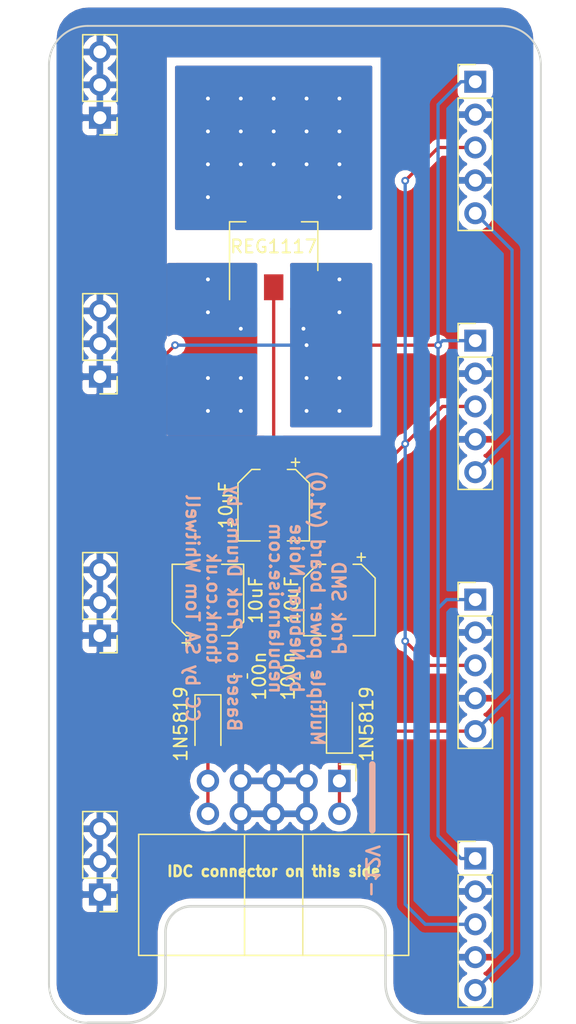
<source format=kicad_pcb>
(kicad_pcb (version 20171130) (host pcbnew "(5.1.5)-3")

  (general
    (thickness 1.6)
    (drawings 20)
    (tracks 100)
    (zones 0)
    (modules 17)
    (nets 8)
  )

  (page A4)
  (layers
    (0 F.Cu signal)
    (31 B.Cu signal)
    (32 B.Adhes user)
    (33 F.Adhes user)
    (34 B.Paste user)
    (35 F.Paste user)
    (36 B.SilkS user)
    (37 F.SilkS user)
    (38 B.Mask user)
    (39 F.Mask user)
    (40 Dwgs.User user)
    (41 Cmts.User user)
    (42 Eco1.User user)
    (43 Eco2.User user)
    (44 Edge.Cuts user)
    (45 Margin user)
    (46 B.CrtYd user)
    (47 F.CrtYd user)
    (48 B.Fab user)
    (49 F.Fab user)
  )

  (setup
    (last_trace_width 0.254)
    (trace_clearance 0.127)
    (zone_clearance 0.508)
    (zone_45_only no)
    (trace_min 0.127)
    (via_size 0.6)
    (via_drill 0.3)
    (via_min_size 0.6)
    (via_min_drill 0.3)
    (uvia_size 0.3)
    (uvia_drill 0.1)
    (uvias_allowed no)
    (uvia_min_size 0.2)
    (uvia_min_drill 0.1)
    (edge_width 0.2)
    (segment_width 0.2)
    (pcb_text_width 0.3)
    (pcb_text_size 1.5 1.5)
    (mod_edge_width 0.15)
    (mod_text_size 1 1)
    (mod_text_width 0.15)
    (pad_size 2 3.8)
    (pad_drill 0)
    (pad_to_mask_clearance 0.051)
    (solder_mask_min_width 0.25)
    (aux_axis_origin 0 0)
    (visible_elements 7FFFFFFF)
    (pcbplotparams
      (layerselection 0x010fc_ffffffff)
      (usegerberextensions false)
      (usegerberattributes false)
      (usegerberadvancedattributes false)
      (creategerberjobfile false)
      (excludeedgelayer true)
      (linewidth 0.100000)
      (plotframeref false)
      (viasonmask false)
      (mode 1)
      (useauxorigin false)
      (hpglpennumber 1)
      (hpglpenspeed 20)
      (hpglpendiameter 15.000000)
      (psnegative false)
      (psa4output false)
      (plotreference true)
      (plotvalue true)
      (plotinvisibletext false)
      (padsonsilk false)
      (subtractmaskfromsilk false)
      (outputformat 1)
      (mirror false)
      (drillshape 1)
      (scaleselection 1)
      (outputdirectory ""))
  )

  (net 0 "")
  (net 1 GND)
  (net 2 +5V)
  (net 3 +12V)
  (net 4 -12V)
  (net 5 "Net-(D1-Pad2)")
  (net 6 "Net-(D2-Pad1)")
  (net 7 "Net-(HS1-Pad1)")

  (net_class Default "Ceci est la Netclass par défaut."
    (clearance 0.127)
    (trace_width 0.254)
    (via_dia 0.6)
    (via_drill 0.3)
    (uvia_dia 0.3)
    (uvia_drill 0.1)
    (diff_pair_width 0.127)
    (diff_pair_gap 0.127)
    (add_net +12V)
    (add_net +5V)
    (add_net -12V)
    (add_net GND)
    (add_net "Net-(D1-Pad2)")
    (add_net "Net-(D2-Pad1)")
    (add_net "Net-(HS1-Pad1)")
  )

  (module Connector_PinHeader_2.54mm:PinHeader_1x03_P2.54mm_Vertical locked (layer F.Cu) (tedit 5D28F49F) (tstamp 5D28FD30)
    (at 72.9358 116.0924 180)
    (descr "Through hole straight pin header, 1x03, 2.54mm pitch, single row")
    (tags "Through hole pin header THT 1x03 2.54mm single row")
    (path /5D2A56BF)
    (fp_text reference J9 (at 0 -2.33 180) (layer F.SilkS) hide
      (effects (font (size 1 1) (thickness 0.15)))
    )
    (fp_text value Conn_01x03_Female (at 0 7.41 180) (layer F.Fab)
      (effects (font (size 1 1) (thickness 0.15)))
    )
    (fp_text user %R (at 0 2.54 -90) (layer F.Fab)
      (effects (font (size 1 1) (thickness 0.15)))
    )
    (fp_line (start 1.8 -1.8) (end -1.8 -1.8) (layer F.CrtYd) (width 0.05))
    (fp_line (start 1.8 6.85) (end 1.8 -1.8) (layer F.CrtYd) (width 0.05))
    (fp_line (start -1.8 6.85) (end 1.8 6.85) (layer F.CrtYd) (width 0.05))
    (fp_line (start -1.8 -1.8) (end -1.8 6.85) (layer F.CrtYd) (width 0.05))
    (fp_line (start -1.33 -1.33) (end 0 -1.33) (layer F.SilkS) (width 0.12))
    (fp_line (start -1.33 0) (end -1.33 -1.33) (layer F.SilkS) (width 0.12))
    (fp_line (start -1.33 1.27) (end 1.33 1.27) (layer F.SilkS) (width 0.12))
    (fp_line (start 1.33 1.27) (end 1.33 6.41) (layer F.SilkS) (width 0.12))
    (fp_line (start -1.33 1.27) (end -1.33 6.41) (layer F.SilkS) (width 0.12))
    (fp_line (start -1.33 6.41) (end 1.33 6.41) (layer F.SilkS) (width 0.12))
    (fp_line (start -1.27 -0.635) (end -0.635 -1.27) (layer F.Fab) (width 0.1))
    (fp_line (start -1.27 6.35) (end -1.27 -0.635) (layer F.Fab) (width 0.1))
    (fp_line (start 1.27 6.35) (end -1.27 6.35) (layer F.Fab) (width 0.1))
    (fp_line (start 1.27 -1.27) (end 1.27 6.35) (layer F.Fab) (width 0.1))
    (fp_line (start -0.635 -1.27) (end 1.27 -1.27) (layer F.Fab) (width 0.1))
    (pad 3 thru_hole oval (at 0 5.08 180) (size 1.7 1.7) (drill 1) (layers *.Cu *.Mask)
      (net 1 GND))
    (pad 2 thru_hole oval (at 0 2.54 180) (size 1.7 1.7) (drill 1) (layers *.Cu *.Mask)
      (net 1 GND))
    (pad 1 thru_hole rect (at 0 0 180) (size 1.7 1.7) (drill 1) (layers *.Cu *.Mask)
      (net 1 GND))
    (model ${KISYS3DMOD}/Connector_PinHeader_2.54mm.3dshapes/PinHeader_1x03_P2.54mm_Vertical.wrl
      (at (xyz 0 0 0))
      (scale (xyz 1 1 1))
      (rotate (xyz 0 0 0))
    )
  )

  (module Connector_PinHeader_2.54mm:PinHeader_1x03_P2.54mm_Vertical locked (layer F.Cu) (tedit 5D28F499) (tstamp 5D28FD1A)
    (at 72.9358 96.0924 180)
    (descr "Through hole straight pin header, 1x03, 2.54mm pitch, single row")
    (tags "Through hole pin header THT 1x03 2.54mm single row")
    (path /5D2A41DE)
    (fp_text reference J6 (at 0 -2.33 180) (layer F.SilkS) hide
      (effects (font (size 1 1) (thickness 0.15)))
    )
    (fp_text value Conn_01x03_Female (at 0 7.41 180) (layer F.Fab)
      (effects (font (size 1 1) (thickness 0.15)))
    )
    (fp_text user %R (at 0 2.54 -90) (layer F.Fab)
      (effects (font (size 1 1) (thickness 0.15)))
    )
    (fp_line (start 1.8 -1.8) (end -1.8 -1.8) (layer F.CrtYd) (width 0.05))
    (fp_line (start 1.8 6.85) (end 1.8 -1.8) (layer F.CrtYd) (width 0.05))
    (fp_line (start -1.8 6.85) (end 1.8 6.85) (layer F.CrtYd) (width 0.05))
    (fp_line (start -1.8 -1.8) (end -1.8 6.85) (layer F.CrtYd) (width 0.05))
    (fp_line (start -1.33 -1.33) (end 0 -1.33) (layer F.SilkS) (width 0.12))
    (fp_line (start -1.33 0) (end -1.33 -1.33) (layer F.SilkS) (width 0.12))
    (fp_line (start -1.33 1.27) (end 1.33 1.27) (layer F.SilkS) (width 0.12))
    (fp_line (start 1.33 1.27) (end 1.33 6.41) (layer F.SilkS) (width 0.12))
    (fp_line (start -1.33 1.27) (end -1.33 6.41) (layer F.SilkS) (width 0.12))
    (fp_line (start -1.33 6.41) (end 1.33 6.41) (layer F.SilkS) (width 0.12))
    (fp_line (start -1.27 -0.635) (end -0.635 -1.27) (layer F.Fab) (width 0.1))
    (fp_line (start -1.27 6.35) (end -1.27 -0.635) (layer F.Fab) (width 0.1))
    (fp_line (start 1.27 6.35) (end -1.27 6.35) (layer F.Fab) (width 0.1))
    (fp_line (start 1.27 -1.27) (end 1.27 6.35) (layer F.Fab) (width 0.1))
    (fp_line (start -0.635 -1.27) (end 1.27 -1.27) (layer F.Fab) (width 0.1))
    (pad 3 thru_hole oval (at 0 5.08 180) (size 1.7 1.7) (drill 1) (layers *.Cu *.Mask)
      (net 1 GND))
    (pad 2 thru_hole oval (at 0 2.54 180) (size 1.7 1.7) (drill 1) (layers *.Cu *.Mask)
      (net 1 GND))
    (pad 1 thru_hole rect (at 0 0 180) (size 1.7 1.7) (drill 1) (layers *.Cu *.Mask)
      (net 1 GND))
    (model ${KISYS3DMOD}/Connector_PinHeader_2.54mm.3dshapes/PinHeader_1x03_P2.54mm_Vertical.wrl
      (at (xyz 0 0 0))
      (scale (xyz 1 1 1))
      (rotate (xyz 0 0 0))
    )
  )

  (module Connector_PinHeader_2.54mm:PinHeader_1x03_P2.54mm_Vertical locked (layer F.Cu) (tedit 5D28F493) (tstamp 5D28FD04)
    (at 72.9358 76.0924 180)
    (descr "Through hole straight pin header, 1x03, 2.54mm pitch, single row")
    (tags "Through hole pin header THT 1x03 2.54mm single row")
    (path /5D2A2FE9)
    (fp_text reference J3 (at 0 -2.33 180) (layer F.SilkS) hide
      (effects (font (size 1 1) (thickness 0.15)))
    )
    (fp_text value Conn_01x03_Female (at 0 7.41 180) (layer F.Fab)
      (effects (font (size 1 1) (thickness 0.15)))
    )
    (fp_text user %R (at 0 2.54 -90) (layer F.Fab)
      (effects (font (size 1 1) (thickness 0.15)))
    )
    (fp_line (start 1.8 -1.8) (end -1.8 -1.8) (layer F.CrtYd) (width 0.05))
    (fp_line (start 1.8 6.85) (end 1.8 -1.8) (layer F.CrtYd) (width 0.05))
    (fp_line (start -1.8 6.85) (end 1.8 6.85) (layer F.CrtYd) (width 0.05))
    (fp_line (start -1.8 -1.8) (end -1.8 6.85) (layer F.CrtYd) (width 0.05))
    (fp_line (start -1.33 -1.33) (end 0 -1.33) (layer F.SilkS) (width 0.12))
    (fp_line (start -1.33 0) (end -1.33 -1.33) (layer F.SilkS) (width 0.12))
    (fp_line (start -1.33 1.27) (end 1.33 1.27) (layer F.SilkS) (width 0.12))
    (fp_line (start 1.33 1.27) (end 1.33 6.41) (layer F.SilkS) (width 0.12))
    (fp_line (start -1.33 1.27) (end -1.33 6.41) (layer F.SilkS) (width 0.12))
    (fp_line (start -1.33 6.41) (end 1.33 6.41) (layer F.SilkS) (width 0.12))
    (fp_line (start -1.27 -0.635) (end -0.635 -1.27) (layer F.Fab) (width 0.1))
    (fp_line (start -1.27 6.35) (end -1.27 -0.635) (layer F.Fab) (width 0.1))
    (fp_line (start 1.27 6.35) (end -1.27 6.35) (layer F.Fab) (width 0.1))
    (fp_line (start 1.27 -1.27) (end 1.27 6.35) (layer F.Fab) (width 0.1))
    (fp_line (start -0.635 -1.27) (end 1.27 -1.27) (layer F.Fab) (width 0.1))
    (pad 3 thru_hole oval (at 0 5.08 180) (size 1.7 1.7) (drill 1) (layers *.Cu *.Mask)
      (net 1 GND))
    (pad 2 thru_hole oval (at 0 2.54 180) (size 1.7 1.7) (drill 1) (layers *.Cu *.Mask)
      (net 1 GND))
    (pad 1 thru_hole rect (at 0 0 180) (size 1.7 1.7) (drill 1) (layers *.Cu *.Mask)
      (net 1 GND))
    (model ${KISYS3DMOD}/Connector_PinHeader_2.54mm.3dshapes/PinHeader_1x03_P2.54mm_Vertical.wrl
      (at (xyz 0 0 0))
      (scale (xyz 1 1 1))
      (rotate (xyz 0 0 0))
    )
  )

  (module Connector_PinHeader_2.54mm:PinHeader_1x05_P2.54mm_Vertical locked (layer F.Cu) (tedit 5D28F486) (tstamp 5D28FCEC)
    (at 101.9358 113.3124)
    (descr "Through hole straight pin header, 1x05, 2.54mm pitch, single row")
    (tags "Through hole pin header THT 1x05 2.54mm single row")
    (path /5D2A10B6)
    (fp_text reference J8 (at 0 -2.33) (layer F.SilkS) hide
      (effects (font (size 1 1) (thickness 0.15)))
    )
    (fp_text value Conn_01x05_Female (at 0.0642 -3.3124) (layer F.Fab)
      (effects (font (size 1 1) (thickness 0.15)))
    )
    (fp_line (start -0.635 -1.27) (end 1.27 -1.27) (layer F.Fab) (width 0.1))
    (fp_line (start 1.27 -1.27) (end 1.27 11.43) (layer F.Fab) (width 0.1))
    (fp_line (start 1.27 11.43) (end -1.27 11.43) (layer F.Fab) (width 0.1))
    (fp_line (start -1.27 11.43) (end -1.27 -0.635) (layer F.Fab) (width 0.1))
    (fp_line (start -1.27 -0.635) (end -0.635 -1.27) (layer F.Fab) (width 0.1))
    (fp_line (start -1.33 11.49) (end 1.33 11.49) (layer F.SilkS) (width 0.12))
    (fp_line (start -1.33 1.27) (end -1.33 11.49) (layer F.SilkS) (width 0.12))
    (fp_line (start 1.33 1.27) (end 1.33 11.49) (layer F.SilkS) (width 0.12))
    (fp_line (start -1.33 1.27) (end 1.33 1.27) (layer F.SilkS) (width 0.12))
    (fp_line (start -1.33 0) (end -1.33 -1.33) (layer F.SilkS) (width 0.12))
    (fp_line (start -1.33 -1.33) (end 0 -1.33) (layer F.SilkS) (width 0.12))
    (fp_line (start -1.8 -1.8) (end -1.8 11.95) (layer F.CrtYd) (width 0.05))
    (fp_line (start -1.8 11.95) (end 1.8 11.95) (layer F.CrtYd) (width 0.05))
    (fp_line (start 1.8 11.95) (end 1.8 -1.8) (layer F.CrtYd) (width 0.05))
    (fp_line (start 1.8 -1.8) (end -1.8 -1.8) (layer F.CrtYd) (width 0.05))
    (fp_text user %R (at 0 5.08 90) (layer F.Fab)
      (effects (font (size 1 1) (thickness 0.15)))
    )
    (pad 1 thru_hole rect (at 0 0) (size 1.7 1.7) (drill 1) (layers *.Cu *.Mask)
      (net 3 +12V))
    (pad 2 thru_hole oval (at 0 2.54) (size 1.7 1.7) (drill 1) (layers *.Cu *.Mask)
      (net 1 GND))
    (pad 3 thru_hole oval (at 0 5.08) (size 1.7 1.7) (drill 1) (layers *.Cu *.Mask)
      (net 2 +5V))
    (pad 4 thru_hole oval (at 0 7.62) (size 1.7 1.7) (drill 1) (layers *.Cu *.Mask)
      (net 1 GND))
    (pad 5 thru_hole oval (at 0 10.16) (size 1.7 1.7) (drill 1) (layers *.Cu *.Mask)
      (net 4 -12V))
    (model ${KISYS3DMOD}/Connector_PinHeader_2.54mm.3dshapes/PinHeader_1x05_P2.54mm_Vertical.wrl
      (at (xyz 0 0 0))
      (scale (xyz 1 1 1))
      (rotate (xyz 0 0 0))
    )
  )

  (module Connector_PinHeader_2.54mm:PinHeader_1x05_P2.54mm_Vertical locked (layer F.Cu) (tedit 5D28F481) (tstamp 5D28FCD4)
    (at 101.9358 93.3124)
    (descr "Through hole straight pin header, 1x05, 2.54mm pitch, single row")
    (tags "Through hole pin header THT 1x05 2.54mm single row")
    (path /5D2A03D6)
    (fp_text reference J5 (at 0 -2.33) (layer F.SilkS) hide
      (effects (font (size 1 1) (thickness 0.15)))
    )
    (fp_text value Conn_01x05_Female (at 0 12.49) (layer F.Fab)
      (effects (font (size 1 1) (thickness 0.15)))
    )
    (fp_line (start -0.635 -1.27) (end 1.27 -1.27) (layer F.Fab) (width 0.1))
    (fp_line (start 1.27 -1.27) (end 1.27 11.43) (layer F.Fab) (width 0.1))
    (fp_line (start 1.27 11.43) (end -1.27 11.43) (layer F.Fab) (width 0.1))
    (fp_line (start -1.27 11.43) (end -1.27 -0.635) (layer F.Fab) (width 0.1))
    (fp_line (start -1.27 -0.635) (end -0.635 -1.27) (layer F.Fab) (width 0.1))
    (fp_line (start -1.33 11.49) (end 1.33 11.49) (layer F.SilkS) (width 0.12))
    (fp_line (start -1.33 1.27) (end -1.33 11.49) (layer F.SilkS) (width 0.12))
    (fp_line (start 1.33 1.27) (end 1.33 11.49) (layer F.SilkS) (width 0.12))
    (fp_line (start -1.33 1.27) (end 1.33 1.27) (layer F.SilkS) (width 0.12))
    (fp_line (start -1.33 0) (end -1.33 -1.33) (layer F.SilkS) (width 0.12))
    (fp_line (start -1.33 -1.33) (end 0 -1.33) (layer F.SilkS) (width 0.12))
    (fp_line (start -1.8 -1.8) (end -1.8 11.95) (layer F.CrtYd) (width 0.05))
    (fp_line (start -1.8 11.95) (end 1.8 11.95) (layer F.CrtYd) (width 0.05))
    (fp_line (start 1.8 11.95) (end 1.8 -1.8) (layer F.CrtYd) (width 0.05))
    (fp_line (start 1.8 -1.8) (end -1.8 -1.8) (layer F.CrtYd) (width 0.05))
    (fp_text user %R (at 0 5.08 90) (layer F.Fab)
      (effects (font (size 1 1) (thickness 0.15)))
    )
    (pad 1 thru_hole rect (at 0 0) (size 1.7 1.7) (drill 1) (layers *.Cu *.Mask)
      (net 3 +12V))
    (pad 2 thru_hole oval (at 0 2.54) (size 1.7 1.7) (drill 1) (layers *.Cu *.Mask)
      (net 1 GND))
    (pad 3 thru_hole oval (at 0 5.08) (size 1.7 1.7) (drill 1) (layers *.Cu *.Mask)
      (net 2 +5V))
    (pad 4 thru_hole oval (at 0 7.62) (size 1.7 1.7) (drill 1) (layers *.Cu *.Mask)
      (net 1 GND))
    (pad 5 thru_hole oval (at 0 10.16) (size 1.7 1.7) (drill 1) (layers *.Cu *.Mask)
      (net 4 -12V))
    (model ${KISYS3DMOD}/Connector_PinHeader_2.54mm.3dshapes/PinHeader_1x05_P2.54mm_Vertical.wrl
      (at (xyz 0 0 0))
      (scale (xyz 1 1 1))
      (rotate (xyz 0 0 0))
    )
  )

  (module Connector_PinHeader_2.54mm:PinHeader_1x05_P2.54mm_Vertical locked (layer F.Cu) (tedit 5D28F478) (tstamp 5D28FCBC)
    (at 101.9358 73.3124)
    (descr "Through hole straight pin header, 1x05, 2.54mm pitch, single row")
    (tags "Through hole pin header THT 1x05 2.54mm single row")
    (path /5D29F8D0)
    (fp_text reference J4 (at 0 -2.33) (layer F.SilkS) hide
      (effects (font (size 1 1) (thickness 0.15)))
    )
    (fp_text value Conn_01x05_Female (at 0 12.49) (layer F.Fab)
      (effects (font (size 1 1) (thickness 0.15)))
    )
    (fp_line (start -0.635 -1.27) (end 1.27 -1.27) (layer F.Fab) (width 0.1))
    (fp_line (start 1.27 -1.27) (end 1.27 11.43) (layer F.Fab) (width 0.1))
    (fp_line (start 1.27 11.43) (end -1.27 11.43) (layer F.Fab) (width 0.1))
    (fp_line (start -1.27 11.43) (end -1.27 -0.635) (layer F.Fab) (width 0.1))
    (fp_line (start -1.27 -0.635) (end -0.635 -1.27) (layer F.Fab) (width 0.1))
    (fp_line (start -1.33 11.49) (end 1.33 11.49) (layer F.SilkS) (width 0.12))
    (fp_line (start -1.33 1.27) (end -1.33 11.49) (layer F.SilkS) (width 0.12))
    (fp_line (start 1.33 1.27) (end 1.33 11.49) (layer F.SilkS) (width 0.12))
    (fp_line (start -1.33 1.27) (end 1.33 1.27) (layer F.SilkS) (width 0.12))
    (fp_line (start -1.33 0) (end -1.33 -1.33) (layer F.SilkS) (width 0.12))
    (fp_line (start -1.33 -1.33) (end 0 -1.33) (layer F.SilkS) (width 0.12))
    (fp_line (start -1.8 -1.8) (end -1.8 11.95) (layer F.CrtYd) (width 0.05))
    (fp_line (start -1.8 11.95) (end 1.8 11.95) (layer F.CrtYd) (width 0.05))
    (fp_line (start 1.8 11.95) (end 1.8 -1.8) (layer F.CrtYd) (width 0.05))
    (fp_line (start 1.8 -1.8) (end -1.8 -1.8) (layer F.CrtYd) (width 0.05))
    (fp_text user %R (at 0 5.08 90) (layer F.Fab)
      (effects (font (size 1 1) (thickness 0.15)))
    )
    (pad 1 thru_hole rect (at 0 0) (size 1.7 1.7) (drill 1) (layers *.Cu *.Mask)
      (net 3 +12V))
    (pad 2 thru_hole oval (at 0 2.54) (size 1.7 1.7) (drill 1) (layers *.Cu *.Mask)
      (net 1 GND))
    (pad 3 thru_hole oval (at 0 5.08) (size 1.7 1.7) (drill 1) (layers *.Cu *.Mask)
      (net 2 +5V))
    (pad 4 thru_hole oval (at 0 7.62) (size 1.7 1.7) (drill 1) (layers *.Cu *.Mask)
      (net 1 GND))
    (pad 5 thru_hole oval (at 0 10.16) (size 1.7 1.7) (drill 1) (layers *.Cu *.Mask)
      (net 4 -12V))
    (model ${KISYS3DMOD}/Connector_PinHeader_2.54mm.3dshapes/PinHeader_1x05_P2.54mm_Vertical.wrl
      (at (xyz 0 0 0))
      (scale (xyz 1 1 1))
      (rotate (xyz 0 0 0))
    )
  )

  (module Connector_PinHeader_2.54mm:PinHeader_1x05_P2.54mm_Vertical locked (layer F.Cu) (tedit 5D28F472) (tstamp 5D2AF473)
    (at 101.9358 53.3124)
    (descr "Through hole straight pin header, 1x05, 2.54mm pitch, single row")
    (tags "Through hole pin header THT 1x05 2.54mm single row")
    (path /5D1B33BF)
    (fp_text reference J2 (at 0 -2.33) (layer F.SilkS) hide
      (effects (font (size 1 1) (thickness 0.15)))
    )
    (fp_text value Conn_01x05_Female (at 0 12.49) (layer F.Fab)
      (effects (font (size 1 1) (thickness 0.15)))
    )
    (fp_text user %R (at 0 5.08 90) (layer F.Fab)
      (effects (font (size 1 1) (thickness 0.15)))
    )
    (fp_line (start 1.8 -1.8) (end -1.8 -1.8) (layer F.CrtYd) (width 0.05))
    (fp_line (start 1.8 11.95) (end 1.8 -1.8) (layer F.CrtYd) (width 0.05))
    (fp_line (start -1.8 11.95) (end 1.8 11.95) (layer F.CrtYd) (width 0.05))
    (fp_line (start -1.8 -1.8) (end -1.8 11.95) (layer F.CrtYd) (width 0.05))
    (fp_line (start -1.33 -1.33) (end 0 -1.33) (layer F.SilkS) (width 0.12))
    (fp_line (start -1.33 0) (end -1.33 -1.33) (layer F.SilkS) (width 0.12))
    (fp_line (start -1.33 1.27) (end 1.33 1.27) (layer F.SilkS) (width 0.12))
    (fp_line (start 1.33 1.27) (end 1.33 11.49) (layer F.SilkS) (width 0.12))
    (fp_line (start -1.33 1.27) (end -1.33 11.49) (layer F.SilkS) (width 0.12))
    (fp_line (start -1.33 11.49) (end 1.33 11.49) (layer F.SilkS) (width 0.12))
    (fp_line (start -1.27 -0.635) (end -0.635 -1.27) (layer F.Fab) (width 0.1))
    (fp_line (start -1.27 11.43) (end -1.27 -0.635) (layer F.Fab) (width 0.1))
    (fp_line (start 1.27 11.43) (end -1.27 11.43) (layer F.Fab) (width 0.1))
    (fp_line (start 1.27 -1.27) (end 1.27 11.43) (layer F.Fab) (width 0.1))
    (fp_line (start -0.635 -1.27) (end 1.27 -1.27) (layer F.Fab) (width 0.1))
    (pad 5 thru_hole oval (at 0 10.16) (size 1.7 1.7) (drill 1) (layers *.Cu *.Mask)
      (net 4 -12V))
    (pad 4 thru_hole oval (at 0 7.62) (size 1.7 1.7) (drill 1) (layers *.Cu *.Mask)
      (net 1 GND))
    (pad 3 thru_hole oval (at 0 5.08) (size 1.7 1.7) (drill 1) (layers *.Cu *.Mask)
      (net 2 +5V))
    (pad 2 thru_hole oval (at 0 2.54) (size 1.7 1.7) (drill 1) (layers *.Cu *.Mask)
      (net 1 GND))
    (pad 1 thru_hole rect (at 0 0) (size 1.7 1.7) (drill 1) (layers *.Cu *.Mask)
      (net 3 +12V))
    (model ${KISYS3DMOD}/Connector_PinHeader_2.54mm.3dshapes/PinHeader_1x05_P2.54mm_Vertical.wrl
      (at (xyz 0 0 0))
      (scale (xyz 1 1 1))
      (rotate (xyz 0 0 0))
    )
  )

  (module Connector_PinHeader_2.54mm:PinHeader_1x03_P2.54mm_Vertical locked (layer F.Cu) (tedit 5D28F48D) (tstamp 5D2AE397)
    (at 72.9358 56.0924 180)
    (descr "Through hole straight pin header, 1x03, 2.54mm pitch, single row")
    (tags "Through hole pin header THT 1x03 2.54mm single row")
    (path /5D1D79FB)
    (fp_text reference J1 (at 0 -2.33 180) (layer F.SilkS) hide
      (effects (font (size 1 1) (thickness 0.15)))
    )
    (fp_text value Conn_01x03_Female (at 0 7.41 180) (layer F.Fab)
      (effects (font (size 1 1) (thickness 0.15)))
    )
    (fp_line (start -0.635 -1.27) (end 1.27 -1.27) (layer F.Fab) (width 0.1))
    (fp_line (start 1.27 -1.27) (end 1.27 6.35) (layer F.Fab) (width 0.1))
    (fp_line (start 1.27 6.35) (end -1.27 6.35) (layer F.Fab) (width 0.1))
    (fp_line (start -1.27 6.35) (end -1.27 -0.635) (layer F.Fab) (width 0.1))
    (fp_line (start -1.27 -0.635) (end -0.635 -1.27) (layer F.Fab) (width 0.1))
    (fp_line (start -1.33 6.41) (end 1.33 6.41) (layer F.SilkS) (width 0.12))
    (fp_line (start -1.33 1.27) (end -1.33 6.41) (layer F.SilkS) (width 0.12))
    (fp_line (start 1.33 1.27) (end 1.33 6.41) (layer F.SilkS) (width 0.12))
    (fp_line (start -1.33 1.27) (end 1.33 1.27) (layer F.SilkS) (width 0.12))
    (fp_line (start -1.33 0) (end -1.33 -1.33) (layer F.SilkS) (width 0.12))
    (fp_line (start -1.33 -1.33) (end 0 -1.33) (layer F.SilkS) (width 0.12))
    (fp_line (start -1.8 -1.8) (end -1.8 6.85) (layer F.CrtYd) (width 0.05))
    (fp_line (start -1.8 6.85) (end 1.8 6.85) (layer F.CrtYd) (width 0.05))
    (fp_line (start 1.8 6.85) (end 1.8 -1.8) (layer F.CrtYd) (width 0.05))
    (fp_line (start 1.8 -1.8) (end -1.8 -1.8) (layer F.CrtYd) (width 0.05))
    (fp_text user %R (at 0 2.54 -90) (layer F.Fab)
      (effects (font (size 1 1) (thickness 0.15)))
    )
    (pad 1 thru_hole rect (at 0 0 180) (size 1.7 1.7) (drill 1) (layers *.Cu *.Mask)
      (net 1 GND))
    (pad 2 thru_hole oval (at 0 2.54 180) (size 1.7 1.7) (drill 1) (layers *.Cu *.Mask)
      (net 1 GND))
    (pad 3 thru_hole oval (at 0 5.08 180) (size 1.7 1.7) (drill 1) (layers *.Cu *.Mask)
      (net 1 GND))
    (model ${KISYS3DMOD}/Connector_PinHeader_2.54mm.3dshapes/PinHeader_1x03_P2.54mm_Vertical.wrl
      (at (xyz 0 0 0))
      (scale (xyz 1 1 1))
      (rotate (xyz 0 0 0))
    )
  )

  (module Capacitor_SMD:CP_Elec_5x5.9 (layer F.Cu) (tedit 5D2903FD) (tstamp 5D28FD0C)
    (at 81.28 93.345 90)
    (descr "SMD capacitor, aluminum electrolytic, Panasonic B6, 5.0x5.9mm")
    (tags "capacitor electrolytic")
    (path /5D1C40E6)
    (attr smd)
    (fp_text reference C1 (at 0 -3.7 90) (layer F.SilkS) hide
      (effects (font (size 1 1) (thickness 0.15)))
    )
    (fp_text value 10uF (at 0 3.7 90) (layer F.SilkS)
      (effects (font (size 1 1) (thickness 0.15)))
    )
    (fp_circle (center 0 0) (end 2.5 0) (layer F.Fab) (width 0.1))
    (fp_line (start 2.65 -2.65) (end 2.65 2.65) (layer F.Fab) (width 0.1))
    (fp_line (start -1.65 -2.65) (end 2.65 -2.65) (layer F.Fab) (width 0.1))
    (fp_line (start -1.65 2.65) (end 2.65 2.65) (layer F.Fab) (width 0.1))
    (fp_line (start -2.65 -1.65) (end -2.65 1.65) (layer F.Fab) (width 0.1))
    (fp_line (start -2.65 -1.65) (end -1.65 -2.65) (layer F.Fab) (width 0.1))
    (fp_line (start -2.65 1.65) (end -1.65 2.65) (layer F.Fab) (width 0.1))
    (fp_line (start -2.033956 -1.2) (end -1.533956 -1.2) (layer F.Fab) (width 0.1))
    (fp_line (start -1.783956 -1.45) (end -1.783956 -0.95) (layer F.Fab) (width 0.1))
    (fp_line (start 2.76 2.76) (end 2.76 1.06) (layer F.SilkS) (width 0.12))
    (fp_line (start 2.76 -2.76) (end 2.76 -1.06) (layer F.SilkS) (width 0.12))
    (fp_line (start -1.695563 -2.76) (end 2.76 -2.76) (layer F.SilkS) (width 0.12))
    (fp_line (start -1.695563 2.76) (end 2.76 2.76) (layer F.SilkS) (width 0.12))
    (fp_line (start -2.76 1.695563) (end -2.76 1.06) (layer F.SilkS) (width 0.12))
    (fp_line (start -2.76 -1.695563) (end -2.76 -1.06) (layer F.SilkS) (width 0.12))
    (fp_line (start -2.76 -1.695563) (end -1.695563 -2.76) (layer F.SilkS) (width 0.12))
    (fp_line (start -2.76 1.695563) (end -1.695563 2.76) (layer F.SilkS) (width 0.12))
    (fp_line (start -3.625 -1.685) (end -3 -1.685) (layer F.SilkS) (width 0.12))
    (fp_line (start -3.3125 -1.9975) (end -3.3125 -1.3725) (layer F.SilkS) (width 0.12))
    (fp_line (start 2.9 -2.9) (end 2.9 -1.05) (layer F.CrtYd) (width 0.05))
    (fp_line (start 2.9 -1.05) (end 3.95 -1.05) (layer F.CrtYd) (width 0.05))
    (fp_line (start 3.95 -1.05) (end 3.95 1.05) (layer F.CrtYd) (width 0.05))
    (fp_line (start 3.95 1.05) (end 2.9 1.05) (layer F.CrtYd) (width 0.05))
    (fp_line (start 2.9 1.05) (end 2.9 2.9) (layer F.CrtYd) (width 0.05))
    (fp_line (start -1.75 2.9) (end 2.9 2.9) (layer F.CrtYd) (width 0.05))
    (fp_line (start -1.75 -2.9) (end 2.9 -2.9) (layer F.CrtYd) (width 0.05))
    (fp_line (start -2.9 1.75) (end -1.75 2.9) (layer F.CrtYd) (width 0.05))
    (fp_line (start -2.9 -1.75) (end -1.75 -2.9) (layer F.CrtYd) (width 0.05))
    (fp_line (start -2.9 -1.75) (end -2.9 -1.05) (layer F.CrtYd) (width 0.05))
    (fp_line (start -2.9 1.05) (end -2.9 1.75) (layer F.CrtYd) (width 0.05))
    (fp_line (start -2.9 -1.05) (end -3.95 -1.05) (layer F.CrtYd) (width 0.05))
    (fp_line (start -3.95 -1.05) (end -3.95 1.05) (layer F.CrtYd) (width 0.05))
    (fp_line (start -3.95 1.05) (end -2.9 1.05) (layer F.CrtYd) (width 0.05))
    (fp_text user %R (at 0 0 90) (layer F.Fab)
      (effects (font (size 1 1) (thickness 0.15)))
    )
    (pad 1 smd roundrect (at -2.2 0 90) (size 3 1.6) (layers F.Cu F.Paste F.Mask) (roundrect_rratio 0.15625)
      (net 3 +12V))
    (pad 2 smd roundrect (at 2.2 0 90) (size 3 1.6) (layers F.Cu F.Paste F.Mask) (roundrect_rratio 0.15625)
      (net 1 GND))
    (model ${KISYS3DMOD}/Capacitor_SMD.3dshapes/CP_Elec_5x5.9.wrl
      (at (xyz 0 0 0))
      (scale (xyz 1 1 1))
      (rotate (xyz 0 0 0))
    )
  )

  (module Capacitor_SMD:CP_Elec_5x5.9 (layer F.Cu) (tedit 5D2903F7) (tstamp 5D28FD34)
    (at 91.44 93.345 270)
    (descr "SMD capacitor, aluminum electrolytic, Panasonic B6, 5.0x5.9mm")
    (tags "capacitor electrolytic")
    (path /5D1C4227)
    (attr smd)
    (fp_text reference C2 (at 0 -3.7 270) (layer F.SilkS) hide
      (effects (font (size 1 1) (thickness 0.15)))
    )
    (fp_text value 10uF (at 0 3.7 270) (layer F.SilkS)
      (effects (font (size 1 1) (thickness 0.15)))
    )
    (fp_text user %R (at 0 0 270) (layer F.Fab)
      (effects (font (size 1 1) (thickness 0.15)))
    )
    (fp_line (start -3.95 1.05) (end -2.9 1.05) (layer F.CrtYd) (width 0.05))
    (fp_line (start -3.95 -1.05) (end -3.95 1.05) (layer F.CrtYd) (width 0.05))
    (fp_line (start -2.9 -1.05) (end -3.95 -1.05) (layer F.CrtYd) (width 0.05))
    (fp_line (start -2.9 1.05) (end -2.9 1.75) (layer F.CrtYd) (width 0.05))
    (fp_line (start -2.9 -1.75) (end -2.9 -1.05) (layer F.CrtYd) (width 0.05))
    (fp_line (start -2.9 -1.75) (end -1.75 -2.9) (layer F.CrtYd) (width 0.05))
    (fp_line (start -2.9 1.75) (end -1.75 2.9) (layer F.CrtYd) (width 0.05))
    (fp_line (start -1.75 -2.9) (end 2.9 -2.9) (layer F.CrtYd) (width 0.05))
    (fp_line (start -1.75 2.9) (end 2.9 2.9) (layer F.CrtYd) (width 0.05))
    (fp_line (start 2.9 1.05) (end 2.9 2.9) (layer F.CrtYd) (width 0.05))
    (fp_line (start 3.95 1.05) (end 2.9 1.05) (layer F.CrtYd) (width 0.05))
    (fp_line (start 3.95 -1.05) (end 3.95 1.05) (layer F.CrtYd) (width 0.05))
    (fp_line (start 2.9 -1.05) (end 3.95 -1.05) (layer F.CrtYd) (width 0.05))
    (fp_line (start 2.9 -2.9) (end 2.9 -1.05) (layer F.CrtYd) (width 0.05))
    (fp_line (start -3.3125 -1.9975) (end -3.3125 -1.3725) (layer F.SilkS) (width 0.12))
    (fp_line (start -3.625 -1.685) (end -3 -1.685) (layer F.SilkS) (width 0.12))
    (fp_line (start -2.76 1.695563) (end -1.695563 2.76) (layer F.SilkS) (width 0.12))
    (fp_line (start -2.76 -1.695563) (end -1.695563 -2.76) (layer F.SilkS) (width 0.12))
    (fp_line (start -2.76 -1.695563) (end -2.76 -1.06) (layer F.SilkS) (width 0.12))
    (fp_line (start -2.76 1.695563) (end -2.76 1.06) (layer F.SilkS) (width 0.12))
    (fp_line (start -1.695563 2.76) (end 2.76 2.76) (layer F.SilkS) (width 0.12))
    (fp_line (start -1.695563 -2.76) (end 2.76 -2.76) (layer F.SilkS) (width 0.12))
    (fp_line (start 2.76 -2.76) (end 2.76 -1.06) (layer F.SilkS) (width 0.12))
    (fp_line (start 2.76 2.76) (end 2.76 1.06) (layer F.SilkS) (width 0.12))
    (fp_line (start -1.783956 -1.45) (end -1.783956 -0.95) (layer F.Fab) (width 0.1))
    (fp_line (start -2.033956 -1.2) (end -1.533956 -1.2) (layer F.Fab) (width 0.1))
    (fp_line (start -2.65 1.65) (end -1.65 2.65) (layer F.Fab) (width 0.1))
    (fp_line (start -2.65 -1.65) (end -1.65 -2.65) (layer F.Fab) (width 0.1))
    (fp_line (start -2.65 -1.65) (end -2.65 1.65) (layer F.Fab) (width 0.1))
    (fp_line (start -1.65 2.65) (end 2.65 2.65) (layer F.Fab) (width 0.1))
    (fp_line (start -1.65 -2.65) (end 2.65 -2.65) (layer F.Fab) (width 0.1))
    (fp_line (start 2.65 -2.65) (end 2.65 2.65) (layer F.Fab) (width 0.1))
    (fp_circle (center 0 0) (end 2.5 0) (layer F.Fab) (width 0.1))
    (pad 2 smd roundrect (at 2.2 0 270) (size 3 1.6) (layers F.Cu F.Paste F.Mask) (roundrect_rratio 0.15625)
      (net 4 -12V))
    (pad 1 smd roundrect (at -2.2 0 270) (size 3 1.6) (layers F.Cu F.Paste F.Mask) (roundrect_rratio 0.15625)
      (net 1 GND))
    (model ${KISYS3DMOD}/Capacitor_SMD.3dshapes/CP_Elec_5x5.9.wrl
      (at (xyz 0 0 0))
      (scale (xyz 1 1 1))
      (rotate (xyz 0 0 0))
    )
  )

  (module Capacitor_SMD:C_0603_1608Metric (layer F.Cu) (tedit 5D290409) (tstamp 5D28FD45)
    (at 83.82 99.2125 90)
    (descr "Capacitor SMD 0603 (1608 Metric), square (rectangular) end terminal, IPC_7351 nominal, (Body size source: http://www.tortai-tech.com/upload/download/2011102023233369053.pdf), generated with kicad-footprint-generator")
    (tags capacitor)
    (path /5D1C42B4)
    (attr smd)
    (fp_text reference C3 (at 0 -1.43 90) (layer F.SilkS) hide
      (effects (font (size 1 1) (thickness 0.15)))
    )
    (fp_text value 100n (at 0 1.43 90) (layer F.SilkS)
      (effects (font (size 1 1) (thickness 0.15)))
    )
    (fp_text user %R (at 0 0 90) (layer F.Fab)
      (effects (font (size 0.4 0.4) (thickness 0.06)))
    )
    (fp_line (start 1.48 0.73) (end -1.48 0.73) (layer F.CrtYd) (width 0.05))
    (fp_line (start 1.48 -0.73) (end 1.48 0.73) (layer F.CrtYd) (width 0.05))
    (fp_line (start -1.48 -0.73) (end 1.48 -0.73) (layer F.CrtYd) (width 0.05))
    (fp_line (start -1.48 0.73) (end -1.48 -0.73) (layer F.CrtYd) (width 0.05))
    (fp_line (start -0.162779 0.51) (end 0.162779 0.51) (layer F.SilkS) (width 0.12))
    (fp_line (start -0.162779 -0.51) (end 0.162779 -0.51) (layer F.SilkS) (width 0.12))
    (fp_line (start 0.8 0.4) (end -0.8 0.4) (layer F.Fab) (width 0.1))
    (fp_line (start 0.8 -0.4) (end 0.8 0.4) (layer F.Fab) (width 0.1))
    (fp_line (start -0.8 -0.4) (end 0.8 -0.4) (layer F.Fab) (width 0.1))
    (fp_line (start -0.8 0.4) (end -0.8 -0.4) (layer F.Fab) (width 0.1))
    (pad 2 smd roundrect (at 0.7875 0 90) (size 0.875 0.95) (layers F.Cu F.Paste F.Mask) (roundrect_rratio 0.25)
      (net 1 GND))
    (pad 1 smd roundrect (at -0.7875 0 90) (size 0.875 0.95) (layers F.Cu F.Paste F.Mask) (roundrect_rratio 0.25)
      (net 3 +12V))
    (model ${KISYS3DMOD}/Capacitor_SMD.3dshapes/C_0603_1608Metric.wrl
      (at (xyz 0 0 0))
      (scale (xyz 1 1 1))
      (rotate (xyz 0 0 0))
    )
  )

  (module Capacitor_SMD:C_0603_1608Metric (layer F.Cu) (tedit 5D29040C) (tstamp 5D28FD56)
    (at 88.9 99.2125 270)
    (descr "Capacitor SMD 0603 (1608 Metric), square (rectangular) end terminal, IPC_7351 nominal, (Body size source: http://www.tortai-tech.com/upload/download/2011102023233369053.pdf), generated with kicad-footprint-generator")
    (tags capacitor)
    (path /5D1C4348)
    (attr smd)
    (fp_text reference C4 (at 0 -1.43 270) (layer F.SilkS) hide
      (effects (font (size 1 1) (thickness 0.15)))
    )
    (fp_text value 100n (at 0 1.43 270) (layer F.SilkS)
      (effects (font (size 1 1) (thickness 0.15)))
    )
    (fp_line (start -0.8 0.4) (end -0.8 -0.4) (layer F.Fab) (width 0.1))
    (fp_line (start -0.8 -0.4) (end 0.8 -0.4) (layer F.Fab) (width 0.1))
    (fp_line (start 0.8 -0.4) (end 0.8 0.4) (layer F.Fab) (width 0.1))
    (fp_line (start 0.8 0.4) (end -0.8 0.4) (layer F.Fab) (width 0.1))
    (fp_line (start -0.162779 -0.51) (end 0.162779 -0.51) (layer F.SilkS) (width 0.12))
    (fp_line (start -0.162779 0.51) (end 0.162779 0.51) (layer F.SilkS) (width 0.12))
    (fp_line (start -1.48 0.73) (end -1.48 -0.73) (layer F.CrtYd) (width 0.05))
    (fp_line (start -1.48 -0.73) (end 1.48 -0.73) (layer F.CrtYd) (width 0.05))
    (fp_line (start 1.48 -0.73) (end 1.48 0.73) (layer F.CrtYd) (width 0.05))
    (fp_line (start 1.48 0.73) (end -1.48 0.73) (layer F.CrtYd) (width 0.05))
    (fp_text user %R (at 0 0 270) (layer F.Fab)
      (effects (font (size 0.4 0.4) (thickness 0.06)))
    )
    (pad 1 smd roundrect (at -0.7875 0 270) (size 0.875 0.95) (layers F.Cu F.Paste F.Mask) (roundrect_rratio 0.25)
      (net 1 GND))
    (pad 2 smd roundrect (at 0.7875 0 270) (size 0.875 0.95) (layers F.Cu F.Paste F.Mask) (roundrect_rratio 0.25)
      (net 4 -12V))
    (model ${KISYS3DMOD}/Capacitor_SMD.3dshapes/C_0603_1608Metric.wrl
      (at (xyz 0 0 0))
      (scale (xyz 1 1 1))
      (rotate (xyz 0 0 0))
    )
  )

  (module Capacitor_SMD:CP_Elec_5x5.9 (layer F.Cu) (tedit 5D29043C) (tstamp 5D28FD7E)
    (at 86.36 86.02 270)
    (descr "SMD capacitor, aluminum electrolytic, Panasonic B6, 5.0x5.9mm")
    (tags "capacitor electrolytic")
    (path /5D1E98A5)
    (attr smd)
    (fp_text reference C5 (at 0 -3.7 270) (layer F.SilkS) hide
      (effects (font (size 1 1) (thickness 0.15)))
    )
    (fp_text value 10uF (at 0 3.7 270) (layer F.SilkS)
      (effects (font (size 1 1) (thickness 0.15)))
    )
    (fp_circle (center 0 0) (end 2.5 0) (layer F.Fab) (width 0.1))
    (fp_line (start 2.65 -2.65) (end 2.65 2.65) (layer F.Fab) (width 0.1))
    (fp_line (start -1.65 -2.65) (end 2.65 -2.65) (layer F.Fab) (width 0.1))
    (fp_line (start -1.65 2.65) (end 2.65 2.65) (layer F.Fab) (width 0.1))
    (fp_line (start -2.65 -1.65) (end -2.65 1.65) (layer F.Fab) (width 0.1))
    (fp_line (start -2.65 -1.65) (end -1.65 -2.65) (layer F.Fab) (width 0.1))
    (fp_line (start -2.65 1.65) (end -1.65 2.65) (layer F.Fab) (width 0.1))
    (fp_line (start -2.033956 -1.2) (end -1.533956 -1.2) (layer F.Fab) (width 0.1))
    (fp_line (start -1.783956 -1.45) (end -1.783956 -0.95) (layer F.Fab) (width 0.1))
    (fp_line (start 2.76 2.76) (end 2.76 1.06) (layer F.SilkS) (width 0.12))
    (fp_line (start 2.76 -2.76) (end 2.76 -1.06) (layer F.SilkS) (width 0.12))
    (fp_line (start -1.695563 -2.76) (end 2.76 -2.76) (layer F.SilkS) (width 0.12))
    (fp_line (start -1.695563 2.76) (end 2.76 2.76) (layer F.SilkS) (width 0.12))
    (fp_line (start -2.76 1.695563) (end -2.76 1.06) (layer F.SilkS) (width 0.12))
    (fp_line (start -2.76 -1.695563) (end -2.76 -1.06) (layer F.SilkS) (width 0.12))
    (fp_line (start -2.76 -1.695563) (end -1.695563 -2.76) (layer F.SilkS) (width 0.12))
    (fp_line (start -2.76 1.695563) (end -1.695563 2.76) (layer F.SilkS) (width 0.12))
    (fp_line (start -3.625 -1.685) (end -3 -1.685) (layer F.SilkS) (width 0.12))
    (fp_line (start -3.3125 -1.9975) (end -3.3125 -1.3725) (layer F.SilkS) (width 0.12))
    (fp_line (start 2.9 -2.9) (end 2.9 -1.05) (layer F.CrtYd) (width 0.05))
    (fp_line (start 2.9 -1.05) (end 3.95 -1.05) (layer F.CrtYd) (width 0.05))
    (fp_line (start 3.95 -1.05) (end 3.95 1.05) (layer F.CrtYd) (width 0.05))
    (fp_line (start 3.95 1.05) (end 2.9 1.05) (layer F.CrtYd) (width 0.05))
    (fp_line (start 2.9 1.05) (end 2.9 2.9) (layer F.CrtYd) (width 0.05))
    (fp_line (start -1.75 2.9) (end 2.9 2.9) (layer F.CrtYd) (width 0.05))
    (fp_line (start -1.75 -2.9) (end 2.9 -2.9) (layer F.CrtYd) (width 0.05))
    (fp_line (start -2.9 1.75) (end -1.75 2.9) (layer F.CrtYd) (width 0.05))
    (fp_line (start -2.9 -1.75) (end -1.75 -2.9) (layer F.CrtYd) (width 0.05))
    (fp_line (start -2.9 -1.75) (end -2.9 -1.05) (layer F.CrtYd) (width 0.05))
    (fp_line (start -2.9 1.05) (end -2.9 1.75) (layer F.CrtYd) (width 0.05))
    (fp_line (start -2.9 -1.05) (end -3.95 -1.05) (layer F.CrtYd) (width 0.05))
    (fp_line (start -3.95 -1.05) (end -3.95 1.05) (layer F.CrtYd) (width 0.05))
    (fp_line (start -3.95 1.05) (end -2.9 1.05) (layer F.CrtYd) (width 0.05))
    (fp_text user %R (at 0.358199 0 270) (layer F.Fab)
      (effects (font (size 1 1) (thickness 0.15)))
    )
    (pad 1 smd roundrect (at -2.2 0 270) (size 3 1.6) (layers F.Cu F.Paste F.Mask) (roundrect_rratio 0.15625)
      (net 2 +5V))
    (pad 2 smd roundrect (at 2.2 0 270) (size 3 1.6) (layers F.Cu F.Paste F.Mask) (roundrect_rratio 0.15625)
      (net 1 GND))
    (model ${KISYS3DMOD}/Capacitor_SMD.3dshapes/CP_Elec_5x5.9.wrl
      (at (xyz 0 0 0))
      (scale (xyz 1 1 1))
      (rotate (xyz 0 0 0))
    )
  )

  (module Diode_SMD:D_SOD-123 (layer F.Cu) (tedit 5D29041D) (tstamp 5D28FD97)
    (at 81.28 102.92 270)
    (descr SOD-123)
    (tags SOD-123)
    (path /5D1BA716)
    (attr smd)
    (fp_text reference D1 (at 0 -2 270) (layer F.SilkS) hide
      (effects (font (size 1 1) (thickness 0.15)))
    )
    (fp_text value 1N5819 (at 0 2.1 270) (layer F.SilkS)
      (effects (font (size 1 1) (thickness 0.15)))
    )
    (fp_line (start -2.25 -1) (end 1.65 -1) (layer F.SilkS) (width 0.12))
    (fp_line (start -2.25 1) (end 1.65 1) (layer F.SilkS) (width 0.12))
    (fp_line (start -2.35 -1.15) (end -2.35 1.15) (layer F.CrtYd) (width 0.05))
    (fp_line (start 2.35 1.15) (end -2.35 1.15) (layer F.CrtYd) (width 0.05))
    (fp_line (start 2.35 -1.15) (end 2.35 1.15) (layer F.CrtYd) (width 0.05))
    (fp_line (start -2.35 -1.15) (end 2.35 -1.15) (layer F.CrtYd) (width 0.05))
    (fp_line (start -1.4 -0.9) (end 1.4 -0.9) (layer F.Fab) (width 0.1))
    (fp_line (start 1.4 -0.9) (end 1.4 0.9) (layer F.Fab) (width 0.1))
    (fp_line (start 1.4 0.9) (end -1.4 0.9) (layer F.Fab) (width 0.1))
    (fp_line (start -1.4 0.9) (end -1.4 -0.9) (layer F.Fab) (width 0.1))
    (fp_line (start -0.75 0) (end -0.35 0) (layer F.Fab) (width 0.1))
    (fp_line (start -0.35 0) (end -0.35 -0.55) (layer F.Fab) (width 0.1))
    (fp_line (start -0.35 0) (end -0.35 0.55) (layer F.Fab) (width 0.1))
    (fp_line (start -0.35 0) (end 0.25 -0.4) (layer F.Fab) (width 0.1))
    (fp_line (start 0.25 -0.4) (end 0.25 0.4) (layer F.Fab) (width 0.1))
    (fp_line (start 0.25 0.4) (end -0.35 0) (layer F.Fab) (width 0.1))
    (fp_line (start 0.25 0) (end 0.75 0) (layer F.Fab) (width 0.1))
    (fp_line (start -2.25 -1) (end -2.25 1) (layer F.SilkS) (width 0.12))
    (fp_text user %R (at 0 -2 270) (layer F.Fab)
      (effects (font (size 1 1) (thickness 0.15)))
    )
    (pad 2 smd rect (at 1.65 0 270) (size 0.9 1.2) (layers F.Cu F.Paste F.Mask)
      (net 5 "Net-(D1-Pad2)"))
    (pad 1 smd rect (at -1.65 0 270) (size 0.9 1.2) (layers F.Cu F.Paste F.Mask)
      (net 3 +12V))
    (model ${KISYS3DMOD}/Diode_SMD.3dshapes/D_SOD-123.wrl
      (at (xyz 0 0 0))
      (scale (xyz 1 1 1))
      (rotate (xyz 0 0 0))
    )
  )

  (module Diode_SMD:D_SOD-123 (layer F.Cu) (tedit 5D290421) (tstamp 5D28FDB0)
    (at 91.44 102.92 90)
    (descr SOD-123)
    (tags SOD-123)
    (path /5D1BA6B4)
    (attr smd)
    (fp_text reference D2 (at 0 -2 90) (layer F.SilkS) hide
      (effects (font (size 1 1) (thickness 0.15)))
    )
    (fp_text value 1N5819 (at 0 2.1 90) (layer F.SilkS)
      (effects (font (size 1 1) (thickness 0.15)))
    )
    (fp_text user %R (at 0 -2 90) (layer F.Fab)
      (effects (font (size 1 1) (thickness 0.15)))
    )
    (fp_line (start -2.25 -1) (end -2.25 1) (layer F.SilkS) (width 0.12))
    (fp_line (start 0.25 0) (end 0.75 0) (layer F.Fab) (width 0.1))
    (fp_line (start 0.25 0.4) (end -0.35 0) (layer F.Fab) (width 0.1))
    (fp_line (start 0.25 -0.4) (end 0.25 0.4) (layer F.Fab) (width 0.1))
    (fp_line (start -0.35 0) (end 0.25 -0.4) (layer F.Fab) (width 0.1))
    (fp_line (start -0.35 0) (end -0.35 0.55) (layer F.Fab) (width 0.1))
    (fp_line (start -0.35 0) (end -0.35 -0.55) (layer F.Fab) (width 0.1))
    (fp_line (start -0.75 0) (end -0.35 0) (layer F.Fab) (width 0.1))
    (fp_line (start -1.4 0.9) (end -1.4 -0.9) (layer F.Fab) (width 0.1))
    (fp_line (start 1.4 0.9) (end -1.4 0.9) (layer F.Fab) (width 0.1))
    (fp_line (start 1.4 -0.9) (end 1.4 0.9) (layer F.Fab) (width 0.1))
    (fp_line (start -1.4 -0.9) (end 1.4 -0.9) (layer F.Fab) (width 0.1))
    (fp_line (start -2.35 -1.15) (end 2.35 -1.15) (layer F.CrtYd) (width 0.05))
    (fp_line (start 2.35 -1.15) (end 2.35 1.15) (layer F.CrtYd) (width 0.05))
    (fp_line (start 2.35 1.15) (end -2.35 1.15) (layer F.CrtYd) (width 0.05))
    (fp_line (start -2.35 -1.15) (end -2.35 1.15) (layer F.CrtYd) (width 0.05))
    (fp_line (start -2.25 1) (end 1.65 1) (layer F.SilkS) (width 0.12))
    (fp_line (start -2.25 -1) (end 1.65 -1) (layer F.SilkS) (width 0.12))
    (pad 1 smd rect (at -1.65 0 90) (size 0.9 1.2) (layers F.Cu F.Paste F.Mask)
      (net 6 "Net-(D2-Pad1)"))
    (pad 2 smd rect (at 1.65 0 90) (size 0.9 1.2) (layers F.Cu F.Paste F.Mask)
      (net 4 -12V))
    (model ${KISYS3DMOD}/Diode_SMD.3dshapes/D_SOD-123.wrl
      (at (xyz 0 0 0))
      (scale (xyz 1 1 1))
      (rotate (xyz 0 0 0))
    )
  )

  (module Package_TO_SOT_SMD:SOT-223 (layer F.Cu) (tedit 5D290430) (tstamp 5D28F803)
    (at 86.36 66.04 90)
    (descr "module CMS SOT223 4 pins")
    (tags "CMS SOT")
    (path /5D1FF7BF)
    (attr smd)
    (fp_text reference U1 (at 0 -4.5 90) (layer F.SilkS) hide
      (effects (font (size 1 1) (thickness 0.15)))
    )
    (fp_text value REG1117 (at 0 0 180) (layer F.SilkS)
      (effects (font (size 1 1) (thickness 0.15)))
    )
    (fp_text user %R (at 0 0 180) (layer F.Fab)
      (effects (font (size 0.8 0.8) (thickness 0.12)))
    )
    (fp_line (start -1.85 -2.3) (end -0.8 -3.35) (layer F.Fab) (width 0.1))
    (fp_line (start 1.91 3.41) (end 1.91 2.15) (layer F.SilkS) (width 0.12))
    (fp_line (start 1.91 -3.41) (end 1.91 -2.15) (layer F.SilkS) (width 0.12))
    (fp_line (start 4.4 -3.6) (end -4.4 -3.6) (layer F.CrtYd) (width 0.05))
    (fp_line (start 4.4 3.6) (end 4.4 -3.6) (layer F.CrtYd) (width 0.05))
    (fp_line (start -4.4 3.6) (end 4.4 3.6) (layer F.CrtYd) (width 0.05))
    (fp_line (start -4.4 -3.6) (end -4.4 3.6) (layer F.CrtYd) (width 0.05))
    (fp_line (start -1.85 -2.3) (end -1.85 3.35) (layer F.Fab) (width 0.1))
    (fp_line (start -1.85 3.41) (end 1.91 3.41) (layer F.SilkS) (width 0.12))
    (fp_line (start -0.8 -3.35) (end 1.85 -3.35) (layer F.Fab) (width 0.1))
    (fp_line (start -4.1 -3.41) (end 1.91 -3.41) (layer F.SilkS) (width 0.12))
    (fp_line (start -1.85 3.35) (end 1.85 3.35) (layer F.Fab) (width 0.1))
    (fp_line (start 1.85 -3.35) (end 1.85 3.35) (layer F.Fab) (width 0.1))
    (pad 4 smd rect (at 3.15 0 90) (size 2 3.8) (layers F.Cu F.Paste F.Mask)
      (net 7 "Net-(HS1-Pad1)"))
    (pad 2 smd rect (at -3.15 0 90) (size 2 1.5) (layers F.Cu F.Paste F.Mask)
      (net 2 +5V))
    (pad 3 smd rect (at -3.15 2.3 90) (size 2 1.5) (layers F.Cu F.Paste F.Mask)
      (net 3 +12V))
    (pad 1 smd rect (at -3.15 -2.3 90) (size 2 1.5) (layers F.Cu F.Paste F.Mask)
      (net 1 GND))
    (model ${KISYS3DMOD}/Package_TO_SOT_SMD.3dshapes/SOT-223.wrl
      (at (xyz 0 0 0))
      (scale (xyz 1 1 1))
      (rotate (xyz 0 0 0))
    )
  )

  (module Connector_IDC:IDC-Header_2x05_P2.54mm_Horizontal (layer F.Cu) (tedit 5D2903D4) (tstamp 5D290666)
    (at 91.44 107.315 270)
    (descr "Through hole angled IDC box header, 2x05, 2.54mm pitch, double rows")
    (tags "Through hole IDC box header THT 2x05 2.54mm double row")
    (path /5D1AA927)
    (fp_text reference J7 (at 6.105 -6.35 270) (layer F.SilkS) hide
      (effects (font (size 1 1) (thickness 0.15)))
    )
    (fp_text value POWER (at 6.105 16.51 270) (layer F.Fab)
      (effects (font (size 1 1) (thickness 0.15)))
    )
    (fp_text user %R (at 8.805 5.08) (layer F.Fab)
      (effects (font (size 1 1) (thickness 0.15)))
    )
    (fp_line (start -0.32 -0.32) (end -0.32 0.32) (layer F.Fab) (width 0.1))
    (fp_line (start -0.32 0.32) (end 4.38 0.32) (layer F.Fab) (width 0.1))
    (fp_line (start -0.32 10.48) (end 4.38 10.48) (layer F.Fab) (width 0.1))
    (fp_line (start -0.32 2.22) (end -0.32 2.86) (layer F.Fab) (width 0.1))
    (fp_line (start -0.32 2.86) (end 4.38 2.86) (layer F.Fab) (width 0.1))
    (fp_line (start -0.32 4.76) (end -0.32 5.4) (layer F.Fab) (width 0.1))
    (fp_line (start -0.32 5.4) (end 4.38 5.4) (layer F.Fab) (width 0.1))
    (fp_line (start -0.32 7.3) (end -0.32 7.94) (layer F.Fab) (width 0.1))
    (fp_line (start -0.32 7.94) (end 4.38 7.94) (layer F.Fab) (width 0.1))
    (fp_line (start -0.32 9.84) (end -0.32 10.48) (layer F.Fab) (width 0.1))
    (fp_line (start 13.23 15.26) (end 13.23 -5.1) (layer F.Fab) (width 0.1))
    (fp_line (start 4.38 -0.32) (end -0.32 -0.32) (layer F.Fab) (width 0.1))
    (fp_line (start 4.38 -4.1) (end 5.38 -5.1) (layer F.Fab) (width 0.1))
    (fp_line (start 4.38 15.26) (end 13.23 15.26) (layer F.Fab) (width 0.1))
    (fp_line (start 4.38 15.26) (end 4.38 -4.1) (layer F.Fab) (width 0.1))
    (fp_line (start 4.38 2.22) (end -0.32 2.22) (layer F.Fab) (width 0.1))
    (fp_line (start 4.38 2.83) (end 13.23 2.83) (layer F.Fab) (width 0.1))
    (fp_line (start 4.38 4.76) (end -0.32 4.76) (layer F.Fab) (width 0.1))
    (fp_line (start 4.38 7.3) (end -0.32 7.3) (layer F.Fab) (width 0.1))
    (fp_line (start 4.38 7.33) (end 13.23 7.33) (layer F.Fab) (width 0.1))
    (fp_line (start 4.38 9.84) (end -0.32 9.84) (layer F.Fab) (width 0.1))
    (fp_line (start 5.38 -5.1) (end 13.23 -5.1) (layer F.Fab) (width 0.1))
    (fp_line (start -1.27 -1.27) (end -1.27 0) (layer F.SilkS) (width 0.12))
    (fp_line (start 0 -1.27) (end -1.27 -1.27) (layer F.SilkS) (width 0.12))
    (fp_line (start 13.48 -5.35) (end 13.48 15.51) (layer F.SilkS) (width 0.12))
    (fp_line (start 4.13 -5.35) (end 13.48 -5.35) (layer F.SilkS) (width 0.12))
    (fp_line (start 4.13 15.51) (end 13.48 15.51) (layer F.SilkS) (width 0.12))
    (fp_line (start 4.13 15.51) (end 4.13 -5.35) (layer F.SilkS) (width 0.12))
    (fp_line (start 4.13 2.83) (end 13.48 2.83) (layer F.SilkS) (width 0.12))
    (fp_line (start 4.13 7.33) (end 13.48 7.33) (layer F.SilkS) (width 0.12))
    (fp_line (start -1.12 -5.35) (end 13.48 -5.35) (layer F.CrtYd) (width 0.05))
    (fp_line (start -1.12 15.51) (end -1.12 -5.35) (layer F.CrtYd) (width 0.05))
    (fp_line (start 13.48 -5.35) (end 13.48 15.51) (layer F.CrtYd) (width 0.05))
    (fp_line (start 13.48 15.51) (end -1.12 15.51) (layer F.CrtYd) (width 0.05))
    (pad 1 thru_hole rect (at 0 0 270) (size 1.7272 1.7272) (drill 1.016) (layers *.Cu *.Mask)
      (net 6 "Net-(D2-Pad1)"))
    (pad 2 thru_hole oval (at 2.54 0 270) (size 1.7272 1.7272) (drill 1.016) (layers *.Cu *.Mask)
      (net 6 "Net-(D2-Pad1)"))
    (pad 3 thru_hole oval (at 0 2.54 270) (size 1.7272 1.7272) (drill 1.016) (layers *.Cu *.Mask)
      (net 1 GND))
    (pad 4 thru_hole oval (at 2.54 2.54 270) (size 1.7272 1.7272) (drill 1.016) (layers *.Cu *.Mask)
      (net 1 GND))
    (pad 5 thru_hole oval (at 0 5.08 270) (size 1.7272 1.7272) (drill 1.016) (layers *.Cu *.Mask)
      (net 1 GND))
    (pad 6 thru_hole oval (at 2.54 5.08 270) (size 1.7272 1.7272) (drill 1.016) (layers *.Cu *.Mask)
      (net 1 GND))
    (pad 7 thru_hole oval (at 0 7.62 270) (size 1.7272 1.7272) (drill 1.016) (layers *.Cu *.Mask)
      (net 1 GND))
    (pad 8 thru_hole oval (at 2.54 7.62 270) (size 1.7272 1.7272) (drill 1.016) (layers *.Cu *.Mask)
      (net 1 GND))
    (pad 9 thru_hole oval (at 0 10.16 270) (size 1.7272 1.7272) (drill 1.016) (layers *.Cu *.Mask)
      (net 5 "Net-(D1-Pad2)"))
    (pad 10 thru_hole oval (at 2.54 10.16 270) (size 1.7272 1.7272) (drill 1.016) (layers *.Cu *.Mask)
      (net 5 "Net-(D1-Pad2)"))
    (model ${KISYS3DMOD}/Connector_IDC.3dshapes/IDC-Header_2x05_P2.54mm_Horizontal.wrl
      (at (xyz 0 0 0))
      (scale (xyz 1 1 1))
      (rotate (xyz 0 0 0))
    )
  )

  (gr_text "Prok SMD\nMultiple power board (v1.0)\nby Nebular Noise\nnebularnoise.com\n\nBased on Prok Drums by\nthonk.co.uk\nCC by SA Tom Whitwell" (at 85.725 93.98 270) (layer B.SilkS)
    (effects (font (size 1 1) (thickness 0.2)) (justify mirror))
  )
  (gr_text "IDC connector on this side" (at 86.36 114.3) (layer F.SilkS)
    (effects (font (size 0.8 0.8) (thickness 0.2)))
  )
  (gr_text -12V (at 93.98 114.3 270) (layer B.SilkS)
    (effects (font (size 1 1) (thickness 0.2)) (justify mirror))
  )
  (gr_line (start 93.98 106.045) (end 93.98 111.125) (layer B.SilkS) (width 0.5))
  (gr_line (start 78 119) (end 78 123) (layer Edge.Cuts) (width 0.2))
  (gr_line (start 95 119) (end 95 123) (layer Edge.Cuts) (width 0.2))
  (gr_line (start 98 126) (end 104 126) (layer Edge.Cuts) (width 0.2))
  (gr_line (start 75 126) (end 72 126) (layer Edge.Cuts) (width 0.2))
  (gr_line (start 93 117) (end 80 117) (layer Edge.Cuts) (width 0.2))
  (gr_arc (start 93 119) (end 95 119) (angle -90) (layer Edge.Cuts) (width 0.2))
  (gr_arc (start 80 119) (end 80 117) (angle -90) (layer Edge.Cuts) (width 0.2))
  (gr_arc (start 98 123) (end 95 123) (angle -90) (layer Edge.Cuts) (width 0.2))
  (gr_arc (start 75 123) (end 75 126) (angle -90) (layer Edge.Cuts) (width 0.2))
  (gr_line (start 107 52) (end 107 123) (layer Edge.Cuts) (width 0.15))
  (gr_line (start 72 49) (end 104 49) (layer Edge.Cuts) (width 0.15) (tstamp 5EEFAEC6))
  (gr_line (start 69 52) (end 69 123) (layer Edge.Cuts) (width 0.15))
  (gr_arc (start 72 52) (end 72 49) (angle -90) (layer Edge.Cuts) (width 0.15) (tstamp 5EEFAECC))
  (gr_arc (start 104 52) (end 107 52) (angle -90) (layer Edge.Cuts) (width 0.15) (tstamp 5EEFAEC9))
  (gr_arc (start 104 123) (end 104 126) (angle -90) (layer Edge.Cuts) (width 0.15))
  (gr_arc (start 72 123) (end 69 123) (angle -90) (layer Edge.Cuts) (width 0.15))

  (via (at 81.28 68.58) (size 0.6) (drill 0.3) (layers F.Cu B.Cu) (net 1))
  (via (at 81.28 71.12) (size 0.6) (drill 0.3) (layers F.Cu B.Cu) (net 1))
  (via (at 83.82 72.39) (size 0.6) (drill 0.3) (layers F.Cu B.Cu) (net 1))
  (via (at 83.82 76.2) (size 0.6) (drill 0.3) (layers F.Cu B.Cu) (net 1))
  (via (at 81.28 76.2) (size 0.6) (drill 0.3) (layers F.Cu B.Cu) (net 1))
  (via (at 81.28 78.74) (size 0.6) (drill 0.3) (layers F.Cu B.Cu) (net 1))
  (via (at 83.82 78.74) (size 0.6) (drill 0.3) (layers F.Cu B.Cu) (net 1))
  (segment (start 83.82 107.315) (end 83.82 109.855) (width 0.254) (layer F.Cu) (net 1))
  (segment (start 86.36 107.315) (end 86.36 109.855) (width 0.254) (layer F.Cu) (net 1))
  (segment (start 88.9 107.315) (end 88.9 109.855) (width 0.254) (layer F.Cu) (net 1))
  (segment (start 101.9358 58.3924) (end 99.0876 58.3924) (width 0.254) (layer F.Cu) (net 2))
  (via (at 96.52 60.96) (size 0.6) (drill 0.3) (layers F.Cu B.Cu) (net 2))
  (segment (start 99.0876 58.3924) (end 96.52 60.96) (width 0.254) (layer F.Cu) (net 2))
  (segment (start 98.0724 118.3924) (end 96.52 116.84) (width 0.254) (layer B.Cu) (net 2))
  (segment (start 101.9358 118.3924) (end 98.0724 118.3924) (width 0.254) (layer B.Cu) (net 2))
  (via (at 96.52 96.52) (size 0.6) (drill 0.3) (layers F.Cu B.Cu) (net 2))
  (segment (start 98.3924 98.3924) (end 96.52 96.52) (width 0.254) (layer F.Cu) (net 2))
  (segment (start 101.9358 98.3924) (end 98.3924 98.3924) (width 0.254) (layer F.Cu) (net 2))
  (segment (start 96.52 96.52) (end 96.52 116.84) (width 0.254) (layer B.Cu) (net 2))
  (segment (start 96.52 60.96) (end 96.52 76.2) (width 0.254) (layer B.Cu) (net 2))
  (via (at 96.52 81.28) (size 0.6) (drill 0.3) (layers F.Cu B.Cu) (net 2))
  (segment (start 96.52 76.2) (end 96.52 81.28) (width 0.254) (layer B.Cu) (net 2))
  (segment (start 96.52 81.28) (end 96.52 96.52) (width 0.254) (layer B.Cu) (net 2))
  (segment (start 99.4076 78.3924) (end 96.52 81.28) (width 0.254) (layer F.Cu) (net 2))
  (segment (start 101.9358 78.3924) (end 99.4076 78.3924) (width 0.254) (layer F.Cu) (net 2))
  (segment (start 93.98 83.82) (end 96.52 81.28) (width 0.254) (layer F.Cu) (net 2))
  (segment (start 86.36 83.82) (end 93.98 83.82) (width 0.254) (layer F.Cu) (net 2))
  (segment (start 86.36 69.19) (end 86.36 83.82) (width 0.254) (layer F.Cu) (net 2))
  (via (at 88.9 73.66) (size 0.6) (drill 0.3) (layers F.Cu B.Cu) (net 3))
  (segment (start 78.74 73.66) (end 76.2 76.2) (width 0.254) (layer F.Cu) (net 3))
  (segment (start 88.9 73.66) (end 78.74 73.66) (width 0.254) (layer B.Cu) (net 3))
  (via (at 78.74 73.66) (size 0.6) (drill 0.3) (layers F.Cu B.Cu) (net 3))
  (segment (start 88.66 69.19) (end 88.66 72.39) (width 0.254) (layer F.Cu) (net 3))
  (segment (start 88.66 73.42) (end 88.9 73.66) (width 0.254) (layer F.Cu) (net 3))
  (segment (start 101.5882 73.66) (end 101.9358 73.3124) (width 0.254) (layer F.Cu) (net 3))
  (segment (start 100.8318 113.3124) (end 101.9358 113.3124) (width 0.254) (layer B.Cu) (net 3))
  (segment (start 99.06 111.5406) (end 100.8318 113.3124) (width 0.254) (layer B.Cu) (net 3))
  (segment (start 100.8318 53.3124) (end 99.06 55.0842) (width 0.254) (layer B.Cu) (net 3))
  (segment (start 101.9358 53.3124) (end 100.8318 53.3124) (width 0.254) (layer B.Cu) (net 3))
  (segment (start 99.06 55.0842) (end 99.06 73.66) (width 0.254) (layer B.Cu) (net 3))
  (segment (start 99.7276 93.3124) (end 99.06 93.98) (width 0.254) (layer B.Cu) (net 3))
  (segment (start 101.9358 93.3124) (end 99.7276 93.3124) (width 0.254) (layer B.Cu) (net 3))
  (segment (start 99.06 73.66) (end 99.06 93.98) (width 0.254) (layer B.Cu) (net 3))
  (segment (start 99.06 93.98) (end 99.06 111.5406) (width 0.254) (layer B.Cu) (net 3))
  (segment (start 99.4076 73.3124) (end 99.06 73.66) (width 0.254) (layer B.Cu) (net 3))
  (segment (start 101.9358 73.3124) (end 99.4076 73.3124) (width 0.254) (layer B.Cu) (net 3))
  (via (at 99.06 73.66) (size 0.6) (drill 0.3) (layers F.Cu B.Cu) (net 3))
  (segment (start 88.9 73.66) (end 99.06 73.66) (width 0.254) (layer F.Cu) (net 3))
  (segment (start 88.66 72.39) (end 88.66 73.42) (width 0.254) (layer F.Cu) (net 3) (tstamp 5D2934F5))
  (via (at 88.66 72.39) (size 0.6) (drill 0.3) (layers F.Cu B.Cu) (net 3))
  (via (at 91.44 68.58) (size 0.6) (drill 0.3) (layers F.Cu B.Cu) (net 3))
  (via (at 91.44 71.12) (size 0.6) (drill 0.3) (layers F.Cu B.Cu) (net 3))
  (via (at 88.9 76.2) (size 0.6) (drill 0.3) (layers F.Cu B.Cu) (net 3))
  (via (at 91.44 76.2) (size 0.6) (drill 0.3) (layers F.Cu B.Cu) (net 3))
  (via (at 91.44 78.74) (size 0.6) (drill 0.3) (layers F.Cu B.Cu) (net 3))
  (via (at 88.9 78.74) (size 0.6) (drill 0.3) (layers F.Cu B.Cu) (net 3))
  (segment (start 81.28 101.27) (end 81.28 95.545) (width 0.254) (layer F.Cu) (net 3))
  (segment (start 82.55 101.27) (end 83.82 100) (width 0.254) (layer F.Cu) (net 3))
  (segment (start 81.28 101.27) (end 82.55 101.27) (width 0.254) (layer F.Cu) (net 3))
  (segment (start 76.2 90.465) (end 81.28 95.545) (width 0.254) (layer F.Cu) (net 3))
  (segment (start 76.2 76.2) (end 76.2 90.465) (width 0.254) (layer F.Cu) (net 3))
  (segment (start 104.14 81.2682) (end 101.9358 83.4724) (width 0.254) (layer B.Cu) (net 4))
  (segment (start 104.14 101.2682) (end 101.9358 103.4724) (width 0.254) (layer B.Cu) (net 4))
  (segment (start 104.775 80.6332) (end 104.14 81.2682) (width 0.254) (layer B.Cu) (net 4))
  (segment (start 101.9358 63.4724) (end 104.775 66.3116) (width 0.254) (layer B.Cu) (net 4))
  (segment (start 104.775 66.3116) (end 104.775 80.6332) (width 0.254) (layer B.Cu) (net 4))
  (segment (start 104.775 100.6332) (end 104.14 101.2682) (width 0.254) (layer B.Cu) (net 4))
  (segment (start 104.775 81.9032) (end 104.775 100.6332) (width 0.254) (layer B.Cu) (net 4))
  (segment (start 104.775 81.9032) (end 104.775 80.6332) (width 0.254) (layer B.Cu) (net 4))
  (segment (start 104.775 120.6332) (end 101.9358 123.4724) (width 0.254) (layer B.Cu) (net 4))
  (segment (start 104.775 101.9032) (end 104.775 120.6332) (width 0.254) (layer B.Cu) (net 4))
  (segment (start 104.775 101.9032) (end 104.775 100.33) (width 0.254) (layer B.Cu) (net 4))
  (segment (start 91.44 101.27) (end 91.44 100.33) (width 0.254) (layer F.Cu) (net 4))
  (segment (start 91.44 100.33) (end 91.44 95.545) (width 0.254) (layer F.Cu) (net 4))
  (segment (start 90.17 101.27) (end 88.9 100) (width 0.254) (layer F.Cu) (net 4))
  (segment (start 91.44 101.27) (end 90.17 101.27) (width 0.254) (layer F.Cu) (net 4))
  (segment (start 93.015 101.27) (end 91.44 101.27) (width 0.254) (layer F.Cu) (net 4))
  (segment (start 101.9358 103.4724) (end 95.2174 103.4724) (width 0.254) (layer F.Cu) (net 4))
  (segment (start 95.2174 103.4724) (end 93.015 101.27) (width 0.254) (layer F.Cu) (net 4))
  (segment (start 81.28 107.315) (end 81.28 109.855) (width 0.254) (layer F.Cu) (net 5))
  (segment (start 81.28 104.57) (end 81.28 107.315) (width 0.254) (layer F.Cu) (net 5))
  (segment (start 91.44 109.855) (end 91.44 107.315) (width 0.254) (layer F.Cu) (net 6))
  (segment (start 91.44 104.57) (end 91.44 107.315) (width 0.254) (layer F.Cu) (net 6))
  (via (at 86.36 59.69) (size 0.6) (drill 0.3) (layers F.Cu B.Cu) (net 7))
  (via (at 88.9 59.69) (size 0.6) (drill 0.3) (layers F.Cu B.Cu) (net 7))
  (via (at 83.82 59.69) (size 0.6) (drill 0.3) (layers F.Cu B.Cu) (net 7))
  (via (at 81.28 59.69) (size 0.6) (drill 0.3) (layers F.Cu B.Cu) (net 7))
  (via (at 81.28 57.15) (size 0.6) (drill 0.3) (layers F.Cu B.Cu) (net 7))
  (via (at 83.82 57.15) (size 0.6) (drill 0.3) (layers F.Cu B.Cu) (net 7))
  (via (at 86.36 57.15) (size 0.6) (drill 0.3) (layers F.Cu B.Cu) (net 7))
  (via (at 88.9 57.15) (size 0.6) (drill 0.3) (layers F.Cu B.Cu) (net 7))
  (via (at 91.44 57.15) (size 0.6) (drill 0.3) (layers F.Cu B.Cu) (net 7))
  (via (at 91.44 59.69) (size 0.6) (drill 0.3) (layers F.Cu B.Cu) (net 7))
  (via (at 91.44 54.61) (size 0.6) (drill 0.3) (layers F.Cu B.Cu) (net 7))
  (via (at 88.9 54.61) (size 0.6) (drill 0.3) (layers F.Cu B.Cu) (net 7))
  (via (at 86.36 54.61) (size 0.6) (drill 0.3) (layers F.Cu B.Cu) (net 7))
  (via (at 83.82 54.61) (size 0.6) (drill 0.3) (layers F.Cu B.Cu) (net 7))
  (via (at 81.28 54.61) (size 0.6) (drill 0.3) (layers F.Cu B.Cu) (net 7))
  (via (at 81.28 62.23) (size 0.6) (drill 0.3) (layers F.Cu B.Cu) (net 7))
  (via (at 91.44 62.23) (size 0.6) (drill 0.3) (layers F.Cu B.Cu) (net 7))

  (zone (net 7) (net_name "Net-(HS1-Pad1)") (layer F.Cu) (tstamp 0) (hatch edge 0.508)
    (connect_pads (clearance 0.508))
    (min_thickness 0.254)
    (fill yes (arc_segments 16) (thermal_gap 0.508) (thermal_bridge_width 0.508))
    (polygon
      (pts
        (xy 86.36 64.77) (xy 78.74 64.77) (xy 78.74 52.07) (xy 93.98 52.07) (xy 93.98 64.77)
      )
    )
    (filled_polygon
      (pts
        (xy 93.853 64.643) (xy 78.867 64.643) (xy 78.867 63.17575) (xy 83.825 63.17575) (xy 83.825 64.016309)
        (xy 83.921673 64.249698) (xy 84.100301 64.428327) (xy 84.33369 64.525) (xy 86.07425 64.525) (xy 86.233 64.36625)
        (xy 86.233 63.017) (xy 86.487 63.017) (xy 86.487 64.36625) (xy 86.64575 64.525) (xy 88.38631 64.525)
        (xy 88.619699 64.428327) (xy 88.798327 64.249698) (xy 88.895 64.016309) (xy 88.895 63.17575) (xy 88.73625 63.017)
        (xy 86.487 63.017) (xy 86.233 63.017) (xy 83.98375 63.017) (xy 83.825 63.17575) (xy 78.867 63.17575)
        (xy 78.867 61.763691) (xy 83.825 61.763691) (xy 83.825 62.60425) (xy 83.98375 62.763) (xy 86.233 62.763)
        (xy 86.233 61.41375) (xy 86.487 61.41375) (xy 86.487 62.763) (xy 88.73625 62.763) (xy 88.895 62.60425)
        (xy 88.895 61.763691) (xy 88.798327 61.530302) (xy 88.619699 61.351673) (xy 88.38631 61.255) (xy 86.64575 61.255)
        (xy 86.487 61.41375) (xy 86.233 61.41375) (xy 86.07425 61.255) (xy 84.33369 61.255) (xy 84.100301 61.351673)
        (xy 83.921673 61.530302) (xy 83.825 61.763691) (xy 78.867 61.763691) (xy 78.867 52.197) (xy 93.853 52.197)
      )
    )
  )
  (zone (net 7) (net_name "Net-(HS1-Pad1)") (layer B.Cu) (tstamp 0) (hatch edge 0.508)
    (connect_pads (clearance 0.508))
    (min_thickness 0.254)
    (fill yes (arc_segments 16) (thermal_gap 0.508) (thermal_bridge_width 0.508))
    (polygon
      (pts
        (xy 93.98 64.77) (xy 93.98 52.07) (xy 78.74 52.07) (xy 78.74 64.77)
      )
    )
    (filled_polygon
      (pts
        (xy 93.853 64.643) (xy 78.867 64.643) (xy 78.867 52.197) (xy 93.853 52.197)
      )
    )
  )
  (zone (net 3) (net_name +12V) (layer F.Cu) (tstamp 0) (hatch edge 0.508)
    (connect_pads (clearance 0.508))
    (min_thickness 0.254)
    (fill yes (arc_segments 16) (thermal_gap 0.508) (thermal_bridge_width 0.508))
    (polygon
      (pts
        (xy 87.63 67.31) (xy 93.98 67.31) (xy 93.98 80.01) (xy 87.63 80.01)
      )
    )
    (filled_polygon
      (pts
        (xy 93.853 79.883) (xy 87.757 79.883) (xy 87.757 70.813945) (xy 87.78369 70.825) (xy 88.37425 70.825)
        (xy 88.533 70.66625) (xy 88.533 69.317) (xy 88.787 69.317) (xy 88.787 70.66625) (xy 88.94575 70.825)
        (xy 89.53631 70.825) (xy 89.769699 70.728327) (xy 89.948327 70.549698) (xy 90.045 70.316309) (xy 90.045 69.47575)
        (xy 89.88625 69.317) (xy 88.787 69.317) (xy 88.533 69.317) (xy 88.513 69.317) (xy 88.513 69.063)
        (xy 88.533 69.063) (xy 88.533 67.71375) (xy 88.787 67.71375) (xy 88.787 69.063) (xy 89.88625 69.063)
        (xy 90.045 68.90425) (xy 90.045 68.063691) (xy 89.948327 67.830302) (xy 89.769699 67.651673) (xy 89.53631 67.555)
        (xy 88.94575 67.555) (xy 88.787 67.71375) (xy 88.533 67.71375) (xy 88.37425 67.555) (xy 87.78369 67.555)
        (xy 87.757 67.566055) (xy 87.757 67.437) (xy 93.853 67.437)
      )
    )
  )
  (zone (net 3) (net_name +12V) (layer B.Cu) (tstamp 0) (hatch edge 0.508)
    (connect_pads (clearance 0.508))
    (min_thickness 0.254)
    (fill yes (arc_segments 16) (thermal_gap 0.508) (thermal_bridge_width 0.508))
    (polygon
      (pts
        (xy 87.63 67.31) (xy 93.98 67.31) (xy 93.98 80.01) (xy 87.63 80.01)
      )
    )
    (filled_polygon
      (pts
        (xy 93.853 79.883) (xy 87.757 79.883) (xy 87.757 67.437) (xy 93.853 67.437)
      )
    )
  )
  (zone (net 1) (net_name GND) (layer F.Cu) (tstamp 0) (hatch edge 0.508)
    (connect_pads (clearance 0.508))
    (min_thickness 0.254)
    (fill yes (arc_segments 16) (thermal_gap 0.508) (thermal_bridge_width 0.508))
    (polygon
      (pts
        (xy 85.09 67.31) (xy 85.09 80.01) (xy 78.74 80.01) (xy 78.74 67.31)
      )
    )
    (filled_polygon
      (pts
        (xy 84.963 67.566055) (xy 84.93631 67.555) (xy 84.34575 67.555) (xy 84.187 67.71375) (xy 84.187 69.063)
        (xy 84.207 69.063) (xy 84.207 69.317) (xy 84.187 69.317) (xy 84.187 70.66625) (xy 84.34575 70.825)
        (xy 84.93631 70.825) (xy 84.963 70.813945) (xy 84.963 79.883) (xy 78.867 79.883) (xy 78.867 74.61063)
        (xy 78.88263 74.595) (xy 78.925983 74.595) (xy 79.269635 74.452655) (xy 79.532655 74.189635) (xy 79.675 73.845983)
        (xy 79.675 73.474017) (xy 79.532655 73.130365) (xy 79.269635 72.867345) (xy 78.925983 72.725) (xy 78.867 72.725)
        (xy 78.867 69.47575) (xy 82.675 69.47575) (xy 82.675 70.316309) (xy 82.771673 70.549698) (xy 82.950301 70.728327)
        (xy 83.18369 70.825) (xy 83.77425 70.825) (xy 83.933 70.66625) (xy 83.933 69.317) (xy 82.83375 69.317)
        (xy 82.675 69.47575) (xy 78.867 69.47575) (xy 78.867 68.063691) (xy 82.675 68.063691) (xy 82.675 68.90425)
        (xy 82.83375 69.063) (xy 83.933 69.063) (xy 83.933 67.71375) (xy 83.77425 67.555) (xy 83.18369 67.555)
        (xy 82.950301 67.651673) (xy 82.771673 67.830302) (xy 82.675 68.063691) (xy 78.867 68.063691) (xy 78.867 67.437)
        (xy 84.963 67.437)
      )
    )
  )
  (zone (net 1) (net_name GND) (layer B.Cu) (tstamp 0) (hatch edge 0.508)
    (connect_pads (clearance 0.508))
    (min_thickness 0.254)
    (fill yes (arc_segments 16) (thermal_gap 0.508) (thermal_bridge_width 0.508))
    (polygon
      (pts
        (xy 78.74 67.31) (xy 85.09 67.31) (xy 85.09 80.01) (xy 78.74 80.01)
      )
    )
    (filled_polygon
      (pts
        (xy 84.963 79.883) (xy 78.867 79.883) (xy 78.867 74.595) (xy 78.925983 74.595) (xy 79.269635 74.452655)
        (xy 79.30029 74.422) (xy 84.963 74.422)
      )
    )
    (filled_polygon
      (pts
        (xy 84.963 72.898) (xy 79.30029 72.898) (xy 79.269635 72.867345) (xy 78.925983 72.725) (xy 78.867 72.725)
        (xy 78.867 67.437) (xy 84.963 67.437)
      )
    )
  )
  (zone (net 1) (net_name GND) (layer F.Cu) (tstamp 0) (hatch edge 0.508)
    (connect_pads (clearance 0.508))
    (min_thickness 0.254)
    (fill yes (arc_segments 16) (thermal_gap 0.508) (thermal_bridge_width 0.508))
    (polygon
      (pts
        (xy 69 47) (xy 107 47) (xy 107 126) (xy 69 126)
      )
    )
    (polygon
      (pts
        (xy 78.105 51.435) (xy 78.105 80.645) (xy 94.615 80.645) (xy 94.615 51.435)
      )
    )
    (filled_polygon
      (pts
        (xy 104.525708 47.7761) (xy 105.023212 47.956685) (xy 105.465835 48.246881) (xy 105.829823 48.631116) (xy 106.095658 49.088784)
        (xy 106.251892 49.604629) (xy 106.29 50.031618) (xy 106.290001 122.958744) (xy 106.2239 123.525708) (xy 106.043315 124.023212)
        (xy 105.753118 124.465834) (xy 105.368884 124.829823) (xy 104.911216 125.095658) (xy 104.395371 125.251892) (xy 104.126933 125.27585)
        (xy 104.072388 125.265) (xy 98.042702 125.265) (xy 97.480082 125.199405) (xy 96.988056 125.020809) (xy 96.550311 124.73381)
        (xy 96.19033 124.353807) (xy 95.927424 123.90118) (xy 95.79756 123.4724) (xy 100.421708 123.4724) (xy 100.536961 124.051818)
        (xy 100.865175 124.543025) (xy 101.356382 124.871239) (xy 101.789544 124.9574) (xy 102.082056 124.9574) (xy 102.515218 124.871239)
        (xy 103.006425 124.543025) (xy 103.334639 124.051818) (xy 103.449892 123.4724) (xy 103.334639 122.892982) (xy 103.006425 122.401775)
        (xy 102.687322 122.188557) (xy 102.817158 122.127583) (xy 103.207445 121.699324) (xy 103.377276 121.28929) (xy 103.255955 121.0594)
        (xy 102.0628 121.0594) (xy 102.0628 121.0794) (xy 101.8088 121.0794) (xy 101.8088 121.0594) (xy 100.615645 121.0594)
        (xy 100.494324 121.28929) (xy 100.664155 121.699324) (xy 101.054442 122.127583) (xy 101.184278 122.188557) (xy 100.865175 122.401775)
        (xy 100.536961 122.892982) (xy 100.421708 123.4724) (xy 95.79756 123.4724) (xy 95.77278 123.390584) (xy 95.735 122.967269)
        (xy 95.735 118.927612) (xy 95.729648 118.900705) (xy 95.711011 118.649912) (xy 95.694909 118.576677) (xy 95.684735 118.502403)
        (xy 95.682215 118.493785) (xy 95.651895 118.3924) (xy 100.421708 118.3924) (xy 100.536961 118.971818) (xy 100.865175 119.463025)
        (xy 101.184278 119.676243) (xy 101.054442 119.737217) (xy 100.664155 120.165476) (xy 100.494324 120.57551) (xy 100.615645 120.8054)
        (xy 101.8088 120.8054) (xy 101.8088 120.7854) (xy 102.0628 120.7854) (xy 102.0628 120.8054) (xy 103.255955 120.8054)
        (xy 103.377276 120.57551) (xy 103.207445 120.165476) (xy 102.817158 119.737217) (xy 102.687322 119.676243) (xy 103.006425 119.463025)
        (xy 103.334639 118.971818) (xy 103.449892 118.3924) (xy 103.334639 117.812982) (xy 103.006425 117.321775) (xy 102.687322 117.108557)
        (xy 102.817158 117.047583) (xy 103.207445 116.619324) (xy 103.377276 116.20929) (xy 103.255955 115.9794) (xy 102.0628 115.9794)
        (xy 102.0628 115.9994) (xy 101.8088 115.9994) (xy 101.8088 115.9794) (xy 100.615645 115.9794) (xy 100.494324 116.20929)
        (xy 100.664155 116.619324) (xy 101.054442 117.047583) (xy 101.184278 117.108557) (xy 100.865175 117.321775) (xy 100.536961 117.812982)
        (xy 100.421708 118.3924) (xy 95.651895 118.3924) (xy 95.519738 117.9505) (xy 95.47789 117.859932) (xy 95.437164 117.768889)
        (xy 95.432327 117.761324) (xy 95.123899 117.285478) (xy 95.05831 117.210293) (xy 94.993672 117.134343) (xy 94.986906 117.12844)
        (xy 94.557321 116.758285) (xy 94.473248 116.704518) (xy 94.389908 116.649774) (xy 94.381757 116.646007) (xy 93.865549 116.411302)
        (xy 93.769779 116.383297) (xy 93.67441 116.35414) (xy 93.66553 116.352812) (xy 93.123869 116.27524) (xy 93.072388 116.265)
        (xy 79.927612 116.265) (xy 79.900705 116.270352) (xy 79.649912 116.288989) (xy 79.576677 116.305091) (xy 79.502403 116.315265)
        (xy 79.493785 116.317785) (xy 78.9505 116.480262) (xy 78.859932 116.52211) (xy 78.768889 116.562836) (xy 78.761324 116.567673)
        (xy 78.285478 116.876101) (xy 78.210293 116.94169) (xy 78.134343 117.006328) (xy 78.12844 117.013094) (xy 77.758285 117.442679)
        (xy 77.704518 117.526752) (xy 77.649774 117.610092) (xy 77.646007 117.618243) (xy 77.411302 118.134451) (xy 77.383297 118.230221)
        (xy 77.35414 118.32559) (xy 77.352812 118.33447) (xy 77.27524 118.876135) (xy 77.265 118.927613) (xy 77.265001 122.95729)
        (xy 77.199405 123.519918) (xy 77.020809 124.011944) (xy 76.73381 124.449689) (xy 76.353807 124.80967) (xy 75.90118 125.072576)
        (xy 75.390584 125.22722) (xy 74.967269 125.265) (xy 71.927612 125.265) (xy 71.890365 125.272409) (xy 71.474292 125.2239)
        (xy 70.976788 125.043315) (xy 70.534166 124.753118) (xy 70.170177 124.368884) (xy 69.904342 123.911216) (xy 69.748108 123.395371)
        (xy 69.71 122.968382) (xy 69.71 116.37815) (xy 71.4508 116.37815) (xy 71.4508 117.06871) (xy 71.547473 117.302099)
        (xy 71.726102 117.480727) (xy 71.959491 117.5774) (xy 72.65005 117.5774) (xy 72.8088 117.41865) (xy 72.8088 116.2194)
        (xy 73.0628 116.2194) (xy 73.0628 117.41865) (xy 73.22155 117.5774) (xy 73.912109 117.5774) (xy 74.145498 117.480727)
        (xy 74.324127 117.302099) (xy 74.4208 117.06871) (xy 74.4208 116.37815) (xy 74.26205 116.2194) (xy 73.0628 116.2194)
        (xy 72.8088 116.2194) (xy 71.60955 116.2194) (xy 71.4508 116.37815) (xy 69.71 116.37815) (xy 69.71 115.11609)
        (xy 71.4508 115.11609) (xy 71.4508 115.80665) (xy 71.60955 115.9654) (xy 72.8088 115.9654) (xy 72.8088 113.6794)
        (xy 73.0628 113.6794) (xy 73.0628 115.9654) (xy 74.26205 115.9654) (xy 74.4208 115.80665) (xy 74.4208 115.11609)
        (xy 74.324127 114.882701) (xy 74.145498 114.704073) (xy 73.935922 114.617264) (xy 74.207445 114.319324) (xy 74.377276 113.90929)
        (xy 74.255955 113.6794) (xy 73.0628 113.6794) (xy 72.8088 113.6794) (xy 71.615645 113.6794) (xy 71.494324 113.90929)
        (xy 71.664155 114.319324) (xy 71.935678 114.617264) (xy 71.726102 114.704073) (xy 71.547473 114.882701) (xy 71.4508 115.11609)
        (xy 69.71 115.11609) (xy 69.71 111.36929) (xy 71.494324 111.36929) (xy 71.664155 111.779324) (xy 72.054442 112.207583)
        (xy 72.213754 112.2824) (xy 72.054442 112.357217) (xy 71.664155 112.785476) (xy 71.494324 113.19551) (xy 71.615645 113.4254)
        (xy 72.8088 113.4254) (xy 72.8088 111.1394) (xy 73.0628 111.1394) (xy 73.0628 113.4254) (xy 74.255955 113.4254)
        (xy 74.377276 113.19551) (xy 74.207445 112.785476) (xy 73.913015 112.4624) (xy 100.43836 112.4624) (xy 100.43836 114.1624)
        (xy 100.487643 114.410165) (xy 100.627991 114.620209) (xy 100.838035 114.760557) (xy 100.941508 114.781139) (xy 100.664155 115.085476)
        (xy 100.494324 115.49551) (xy 100.615645 115.7254) (xy 101.8088 115.7254) (xy 101.8088 115.7054) (xy 102.0628 115.7054)
        (xy 102.0628 115.7254) (xy 103.255955 115.7254) (xy 103.377276 115.49551) (xy 103.207445 115.085476) (xy 102.930092 114.781139)
        (xy 103.033565 114.760557) (xy 103.243609 114.620209) (xy 103.383957 114.410165) (xy 103.43324 114.1624) (xy 103.43324 112.4624)
        (xy 103.383957 112.214635) (xy 103.243609 112.004591) (xy 103.033565 111.864243) (xy 102.7858 111.81496) (xy 101.0858 111.81496)
        (xy 100.838035 111.864243) (xy 100.627991 112.004591) (xy 100.487643 112.214635) (xy 100.43836 112.4624) (xy 73.913015 112.4624)
        (xy 73.817158 112.357217) (xy 73.657846 112.2824) (xy 73.817158 112.207583) (xy 74.207445 111.779324) (xy 74.377276 111.36929)
        (xy 74.255955 111.1394) (xy 73.0628 111.1394) (xy 72.8088 111.1394) (xy 71.615645 111.1394) (xy 71.494324 111.36929)
        (xy 69.71 111.36929) (xy 69.71 110.65551) (xy 71.494324 110.65551) (xy 71.615645 110.8854) (xy 72.8088 110.8854)
        (xy 72.8088 109.691581) (xy 73.0628 109.691581) (xy 73.0628 110.8854) (xy 74.255955 110.8854) (xy 74.377276 110.65551)
        (xy 74.207445 110.245476) (xy 73.817158 109.817217) (xy 73.292692 109.570914) (xy 73.0628 109.691581) (xy 72.8088 109.691581)
        (xy 72.578908 109.570914) (xy 72.054442 109.817217) (xy 71.664155 110.245476) (xy 71.494324 110.65551) (xy 69.71 110.65551)
        (xy 69.71 107.315) (xy 79.752041 107.315) (xy 79.86835 107.899725) (xy 80.19957 108.39543) (xy 80.483281 108.585)
        (xy 80.19957 108.77457) (xy 79.86835 109.270275) (xy 79.752041 109.855) (xy 79.86835 110.439725) (xy 80.19957 110.93543)
        (xy 80.695275 111.26665) (xy 81.132402 111.3536) (xy 81.427598 111.3536) (xy 81.864725 111.26665) (xy 82.36043 110.93543)
        (xy 82.561854 110.633979) (xy 82.613179 110.74349) (xy 83.045053 111.137688) (xy 83.460974 111.309958) (xy 83.693 111.188817)
        (xy 83.693 109.982) (xy 83.947 109.982) (xy 83.947 111.188817) (xy 84.179026 111.309958) (xy 84.594947 111.137688)
        (xy 85.026821 110.74349) (xy 85.09 110.608687) (xy 85.153179 110.74349) (xy 85.585053 111.137688) (xy 86.000974 111.309958)
        (xy 86.233 111.188817) (xy 86.233 109.982) (xy 86.487 109.982) (xy 86.487 111.188817) (xy 86.719026 111.309958)
        (xy 87.134947 111.137688) (xy 87.566821 110.74349) (xy 87.63 110.608687) (xy 87.693179 110.74349) (xy 88.125053 111.137688)
        (xy 88.540974 111.309958) (xy 88.773 111.188817) (xy 88.773 109.982) (xy 86.487 109.982) (xy 86.233 109.982)
        (xy 83.947 109.982) (xy 83.693 109.982) (xy 83.673 109.982) (xy 83.673 109.728) (xy 83.693 109.728)
        (xy 83.693 107.442) (xy 83.947 107.442) (xy 83.947 109.728) (xy 86.233 109.728) (xy 86.233 107.442)
        (xy 86.487 107.442) (xy 86.487 109.728) (xy 88.773 109.728) (xy 88.773 107.442) (xy 86.487 107.442)
        (xy 86.233 107.442) (xy 83.947 107.442) (xy 83.693 107.442) (xy 83.673 107.442) (xy 83.673 107.188)
        (xy 83.693 107.188) (xy 83.693 105.981183) (xy 83.947 105.981183) (xy 83.947 107.188) (xy 86.233 107.188)
        (xy 86.233 105.981183) (xy 86.487 105.981183) (xy 86.487 107.188) (xy 88.773 107.188) (xy 88.773 105.981183)
        (xy 89.027 105.981183) (xy 89.027 107.188) (xy 89.047 107.188) (xy 89.047 107.442) (xy 89.027 107.442)
        (xy 89.027 109.728) (xy 89.047 109.728) (xy 89.047 109.982) (xy 89.027 109.982) (xy 89.027 111.188817)
        (xy 89.259026 111.309958) (xy 89.674947 111.137688) (xy 90.106821 110.74349) (xy 90.158146 110.633979) (xy 90.35957 110.93543)
        (xy 90.855275 111.26665) (xy 91.292402 111.3536) (xy 91.587598 111.3536) (xy 92.024725 111.26665) (xy 92.52043 110.93543)
        (xy 92.85165 110.439725) (xy 92.967959 109.855) (xy 92.85165 109.270275) (xy 92.525349 108.781932) (xy 92.551365 108.776757)
        (xy 92.761409 108.636409) (xy 92.901757 108.426365) (xy 92.95104 108.1786) (xy 92.95104 106.4514) (xy 92.901757 106.203635)
        (xy 92.761409 105.993591) (xy 92.551365 105.853243) (xy 92.3036 105.80396) (xy 92.202 105.80396) (xy 92.202 105.635217)
        (xy 92.287765 105.618157) (xy 92.497809 105.477809) (xy 92.638157 105.267765) (xy 92.68744 105.02) (xy 92.68744 104.12)
        (xy 92.638157 103.872235) (xy 92.497809 103.662191) (xy 92.287765 103.521843) (xy 92.04 103.47256) (xy 90.84 103.47256)
        (xy 90.592235 103.521843) (xy 90.382191 103.662191) (xy 90.241843 103.872235) (xy 90.19256 104.12) (xy 90.19256 105.02)
        (xy 90.241843 105.267765) (xy 90.382191 105.477809) (xy 90.592235 105.618157) (xy 90.678 105.635217) (xy 90.678 105.80396)
        (xy 90.5764 105.80396) (xy 90.328635 105.853243) (xy 90.118591 105.993591) (xy 89.978243 106.203635) (xy 89.96048 106.292936)
        (xy 89.674947 106.032312) (xy 89.259026 105.860042) (xy 89.027 105.981183) (xy 88.773 105.981183) (xy 88.540974 105.860042)
        (xy 88.125053 106.032312) (xy 87.693179 106.42651) (xy 87.63 106.561313) (xy 87.566821 106.42651) (xy 87.134947 106.032312)
        (xy 86.719026 105.860042) (xy 86.487 105.981183) (xy 86.233 105.981183) (xy 86.000974 105.860042) (xy 85.585053 106.032312)
        (xy 85.153179 106.42651) (xy 85.09 106.561313) (xy 85.026821 106.42651) (xy 84.594947 106.032312) (xy 84.179026 105.860042)
        (xy 83.947 105.981183) (xy 83.693 105.981183) (xy 83.460974 105.860042) (xy 83.045053 106.032312) (xy 82.613179 106.42651)
        (xy 82.561854 106.536021) (xy 82.36043 106.23457) (xy 82.042 106.021802) (xy 82.042 105.635217) (xy 82.127765 105.618157)
        (xy 82.337809 105.477809) (xy 82.478157 105.267765) (xy 82.52744 105.02) (xy 82.52744 104.12) (xy 82.478157 103.872235)
        (xy 82.337809 103.662191) (xy 82.127765 103.521843) (xy 81.88 103.47256) (xy 80.68 103.47256) (xy 80.432235 103.521843)
        (xy 80.222191 103.662191) (xy 80.081843 103.872235) (xy 80.03256 104.12) (xy 80.03256 105.02) (xy 80.081843 105.267765)
        (xy 80.222191 105.477809) (xy 80.432235 105.618157) (xy 80.518 105.635217) (xy 80.518001 106.021801) (xy 80.19957 106.23457)
        (xy 79.86835 106.730275) (xy 79.752041 107.315) (xy 69.71 107.315) (xy 69.71 96.37815) (xy 71.4508 96.37815)
        (xy 71.4508 97.06871) (xy 71.547473 97.302099) (xy 71.726102 97.480727) (xy 71.959491 97.5774) (xy 72.65005 97.5774)
        (xy 72.8088 97.41865) (xy 72.8088 96.2194) (xy 73.0628 96.2194) (xy 73.0628 97.41865) (xy 73.22155 97.5774)
        (xy 73.912109 97.5774) (xy 74.145498 97.480727) (xy 74.324127 97.302099) (xy 74.4208 97.06871) (xy 74.4208 96.37815)
        (xy 74.26205 96.2194) (xy 73.0628 96.2194) (xy 72.8088 96.2194) (xy 71.60955 96.2194) (xy 71.4508 96.37815)
        (xy 69.71 96.37815) (xy 69.71 95.11609) (xy 71.4508 95.11609) (xy 71.4508 95.80665) (xy 71.60955 95.9654)
        (xy 72.8088 95.9654) (xy 72.8088 93.6794) (xy 73.0628 93.6794) (xy 73.0628 95.9654) (xy 74.26205 95.9654)
        (xy 74.4208 95.80665) (xy 74.4208 95.11609) (xy 74.324127 94.882701) (xy 74.145498 94.704073) (xy 73.935922 94.617264)
        (xy 74.207445 94.319324) (xy 74.377276 93.90929) (xy 74.255955 93.6794) (xy 73.0628 93.6794) (xy 72.8088 93.6794)
        (xy 71.615645 93.6794) (xy 71.494324 93.90929) (xy 71.664155 94.319324) (xy 71.935678 94.617264) (xy 71.726102 94.704073)
        (xy 71.547473 94.882701) (xy 71.4508 95.11609) (xy 69.71 95.11609) (xy 69.71 91.36929) (xy 71.494324 91.36929)
        (xy 71.664155 91.779324) (xy 72.054442 92.207583) (xy 72.213754 92.2824) (xy 72.054442 92.357217) (xy 71.664155 92.785476)
        (xy 71.494324 93.19551) (xy 71.615645 93.4254) (xy 72.8088 93.4254) (xy 72.8088 91.1394) (xy 73.0628 91.1394)
        (xy 73.0628 93.4254) (xy 74.255955 93.4254) (xy 74.377276 93.19551) (xy 74.207445 92.785476) (xy 73.817158 92.357217)
        (xy 73.657846 92.2824) (xy 73.817158 92.207583) (xy 74.207445 91.779324) (xy 74.377276 91.36929) (xy 74.255955 91.1394)
        (xy 73.0628 91.1394) (xy 72.8088 91.1394) (xy 71.615645 91.1394) (xy 71.494324 91.36929) (xy 69.71 91.36929)
        (xy 69.71 90.65551) (xy 71.494324 90.65551) (xy 71.615645 90.8854) (xy 72.8088 90.8854) (xy 72.8088 89.691581)
        (xy 73.0628 89.691581) (xy 73.0628 90.8854) (xy 74.255955 90.8854) (xy 74.377276 90.65551) (xy 74.207445 90.245476)
        (xy 73.817158 89.817217) (xy 73.292692 89.570914) (xy 73.0628 89.691581) (xy 72.8088 89.691581) (xy 72.578908 89.570914)
        (xy 72.054442 89.817217) (xy 71.664155 90.245476) (xy 71.494324 90.65551) (xy 69.71 90.65551) (xy 69.71 76.37815)
        (xy 71.4508 76.37815) (xy 71.4508 77.06871) (xy 71.547473 77.302099) (xy 71.726102 77.480727) (xy 71.959491 77.5774)
        (xy 72.65005 77.5774) (xy 72.8088 77.41865) (xy 72.8088 76.2194) (xy 73.0628 76.2194) (xy 73.0628 77.41865)
        (xy 73.22155 77.5774) (xy 73.912109 77.5774) (xy 74.145498 77.480727) (xy 74.324127 77.302099) (xy 74.4208 77.06871)
        (xy 74.4208 76.37815) (xy 74.26205 76.2194) (xy 73.0628 76.2194) (xy 72.8088 76.2194) (xy 71.60955 76.2194)
        (xy 71.4508 76.37815) (xy 69.71 76.37815) (xy 69.71 76.2) (xy 75.423073 76.2) (xy 75.438 76.275043)
        (xy 75.438001 90.389952) (xy 75.423073 90.465) (xy 75.482213 90.762317) (xy 75.546982 90.85925) (xy 75.65063 91.014371)
        (xy 75.714251 91.056881) (xy 79.83256 95.175191) (xy 79.83256 96.795) (xy 79.900874 97.138435) (xy 80.095414 97.429586)
        (xy 80.386565 97.624126) (xy 80.518001 97.65027) (xy 80.518 100.204783) (xy 80.432235 100.221843) (xy 80.222191 100.362191)
        (xy 80.081843 100.572235) (xy 80.03256 100.82) (xy 80.03256 101.72) (xy 80.081843 101.967765) (xy 80.222191 102.177809)
        (xy 80.432235 102.318157) (xy 80.68 102.36744) (xy 81.88 102.36744) (xy 82.127765 102.318157) (xy 82.337809 102.177809)
        (xy 82.435236 102.032) (xy 82.474957 102.032) (xy 82.55 102.046927) (xy 82.625043 102.032) (xy 82.625048 102.032)
        (xy 82.847317 101.987788) (xy 83.099371 101.819371) (xy 83.141883 101.755747) (xy 83.812691 101.08494) (xy 84.07625 101.08494)
        (xy 84.407727 101.019005) (xy 84.688739 100.831239) (xy 84.876505 100.550227) (xy 84.94244 100.21875) (xy 84.94244 99.78125)
        (xy 87.77756 99.78125) (xy 87.77756 100.21875) (xy 87.843495 100.550227) (xy 88.031261 100.831239) (xy 88.312273 101.019005)
        (xy 88.64375 101.08494) (xy 88.90731 101.08494) (xy 89.578117 101.755748) (xy 89.620629 101.819371) (xy 89.684251 101.861882)
        (xy 89.872681 101.987787) (xy 89.872682 101.987787) (xy 89.872683 101.987788) (xy 90.094952 102.032) (xy 90.094956 102.032)
        (xy 90.169999 102.046927) (xy 90.245042 102.032) (xy 90.284764 102.032) (xy 90.382191 102.177809) (xy 90.592235 102.318157)
        (xy 90.84 102.36744) (xy 92.04 102.36744) (xy 92.287765 102.318157) (xy 92.497809 102.177809) (xy 92.595236 102.032)
        (xy 92.69937 102.032) (xy 94.625518 103.958149) (xy 94.668029 104.021771) (xy 94.920083 104.190188) (xy 95.142352 104.2344)
        (xy 95.142357 104.2344) (xy 95.2174 104.249327) (xy 95.292443 104.2344) (xy 100.658958 104.2344) (xy 100.865175 104.543025)
        (xy 101.356382 104.871239) (xy 101.789544 104.9574) (xy 102.082056 104.9574) (xy 102.515218 104.871239) (xy 103.006425 104.543025)
        (xy 103.334639 104.051818) (xy 103.449892 103.4724) (xy 103.334639 102.892982) (xy 103.006425 102.401775) (xy 102.687322 102.188557)
        (xy 102.817158 102.127583) (xy 103.207445 101.699324) (xy 103.377276 101.28929) (xy 103.255955 101.0594) (xy 102.0628 101.0594)
        (xy 102.0628 101.0794) (xy 101.8088 101.0794) (xy 101.8088 101.0594) (xy 100.615645 101.0594) (xy 100.494324 101.28929)
        (xy 100.664155 101.699324) (xy 101.054442 102.127583) (xy 101.184278 102.188557) (xy 100.865175 102.401775) (xy 100.658958 102.7104)
        (xy 95.533031 102.7104) (xy 93.606883 100.784253) (xy 93.564371 100.720629) (xy 93.312317 100.552212) (xy 93.090048 100.508)
        (xy 93.090043 100.508) (xy 93.015 100.493073) (xy 92.939957 100.508) (xy 92.595236 100.508) (xy 92.497809 100.362191)
        (xy 92.287765 100.221843) (xy 92.202 100.204783) (xy 92.202 97.65027) (xy 92.333435 97.624126) (xy 92.624586 97.429586)
        (xy 92.819126 97.138435) (xy 92.88744 96.795) (xy 92.88744 96.334017) (xy 95.585 96.334017) (xy 95.585 96.705983)
        (xy 95.727345 97.049635) (xy 95.990365 97.312655) (xy 96.334017 97.455) (xy 96.37737 97.455) (xy 97.800516 98.878146)
        (xy 97.843029 98.941771) (xy 98.041041 99.074078) (xy 98.095081 99.110187) (xy 98.095082 99.110187) (xy 98.095083 99.110188)
        (xy 98.317352 99.1544) (xy 98.317356 99.1544) (xy 98.392399 99.169327) (xy 98.467442 99.1544) (xy 100.658958 99.1544)
        (xy 100.865175 99.463025) (xy 101.184278 99.676243) (xy 101.054442 99.737217) (xy 100.664155 100.165476) (xy 100.494324 100.57551)
        (xy 100.615645 100.8054) (xy 101.8088 100.8054) (xy 101.8088 100.7854) (xy 102.0628 100.7854) (xy 102.0628 100.8054)
        (xy 103.255955 100.8054) (xy 103.377276 100.57551) (xy 103.207445 100.165476) (xy 102.817158 99.737217) (xy 102.687322 99.676243)
        (xy 103.006425 99.463025) (xy 103.334639 98.971818) (xy 103.449892 98.3924) (xy 103.334639 97.812982) (xy 103.006425 97.321775)
        (xy 102.687322 97.108557) (xy 102.817158 97.047583) (xy 103.207445 96.619324) (xy 103.377276 96.20929) (xy 103.255955 95.9794)
        (xy 102.0628 95.9794) (xy 102.0628 95.9994) (xy 101.8088 95.9994) (xy 101.8088 95.9794) (xy 100.615645 95.9794)
        (xy 100.494324 96.20929) (xy 100.664155 96.619324) (xy 101.054442 97.047583) (xy 101.184278 97.108557) (xy 100.865175 97.321775)
        (xy 100.658958 97.6304) (xy 98.70803 97.6304) (xy 97.455 96.37737) (xy 97.455 96.334017) (xy 97.312655 95.990365)
        (xy 97.049635 95.727345) (xy 96.705983 95.585) (xy 96.334017 95.585) (xy 95.990365 95.727345) (xy 95.727345 95.990365)
        (xy 95.585 96.334017) (xy 92.88744 96.334017) (xy 92.88744 94.295) (xy 92.819126 93.951565) (xy 92.624586 93.660414)
        (xy 92.333435 93.465874) (xy 91.99 93.39756) (xy 90.89 93.39756) (xy 90.546565 93.465874) (xy 90.255414 93.660414)
        (xy 90.060874 93.951565) (xy 89.99256 94.295) (xy 89.99256 96.795) (xy 90.060874 97.138435) (xy 90.255414 97.429586)
        (xy 90.546565 97.624126) (xy 90.678001 97.65027) (xy 90.678 100.204783) (xy 90.592235 100.221843) (xy 90.382191 100.362191)
        (xy 90.36522 100.387589) (xy 90.02244 100.04481) (xy 90.02244 99.78125) (xy 89.956505 99.449773) (xy 89.848057 99.287469)
        (xy 89.913327 99.222198) (xy 90.01 98.988809) (xy 90.01 98.71075) (xy 89.85125 98.552) (xy 89.027 98.552)
        (xy 89.027 98.572) (xy 88.773 98.572) (xy 88.773 98.552) (xy 87.94875 98.552) (xy 87.79 98.71075)
        (xy 87.79 98.988809) (xy 87.886673 99.222198) (xy 87.951943 99.287469) (xy 87.843495 99.449773) (xy 87.77756 99.78125)
        (xy 84.94244 99.78125) (xy 84.876505 99.449773) (xy 84.768057 99.287469) (xy 84.833327 99.222198) (xy 84.93 98.988809)
        (xy 84.93 98.71075) (xy 84.77125 98.552) (xy 83.947 98.552) (xy 83.947 98.572) (xy 83.693 98.572)
        (xy 83.693 98.552) (xy 82.86875 98.552) (xy 82.71 98.71075) (xy 82.71 98.988809) (xy 82.806673 99.222198)
        (xy 82.871943 99.287469) (xy 82.763495 99.449773) (xy 82.69756 99.78125) (xy 82.69756 100.044809) (xy 82.35478 100.38759)
        (xy 82.337809 100.362191) (xy 82.127765 100.221843) (xy 82.042 100.204783) (xy 82.042 97.861191) (xy 82.71 97.861191)
        (xy 82.71 98.13925) (xy 82.86875 98.298) (xy 83.693 98.298) (xy 83.693 97.51125) (xy 83.947 97.51125)
        (xy 83.947 98.298) (xy 84.77125 98.298) (xy 84.93 98.13925) (xy 84.93 97.861191) (xy 87.79 97.861191)
        (xy 87.79 98.13925) (xy 87.94875 98.298) (xy 88.773 98.298) (xy 88.773 97.51125) (xy 89.027 97.51125)
        (xy 89.027 98.298) (xy 89.85125 98.298) (xy 90.01 98.13925) (xy 90.01 97.861191) (xy 89.913327 97.627802)
        (xy 89.734699 97.449173) (xy 89.50131 97.3525) (xy 89.18575 97.3525) (xy 89.027 97.51125) (xy 88.773 97.51125)
        (xy 88.61425 97.3525) (xy 88.29869 97.3525) (xy 88.065301 97.449173) (xy 87.886673 97.627802) (xy 87.79 97.861191)
        (xy 84.93 97.861191) (xy 84.833327 97.627802) (xy 84.654699 97.449173) (xy 84.42131 97.3525) (xy 84.10575 97.3525)
        (xy 83.947 97.51125) (xy 83.693 97.51125) (xy 83.53425 97.3525) (xy 83.21869 97.3525) (xy 82.985301 97.449173)
        (xy 82.806673 97.627802) (xy 82.71 97.861191) (xy 82.042 97.861191) (xy 82.042 97.65027) (xy 82.173435 97.624126)
        (xy 82.464586 97.429586) (xy 82.659126 97.138435) (xy 82.72744 96.795) (xy 82.72744 94.295) (xy 82.659126 93.951565)
        (xy 82.464586 93.660414) (xy 82.173435 93.465874) (xy 81.83 93.39756) (xy 80.73 93.39756) (xy 80.386565 93.465874)
        (xy 80.321787 93.509157) (xy 78.24338 91.43075) (xy 79.845 91.43075) (xy 79.845 92.771309) (xy 79.941673 93.004698)
        (xy 80.120301 93.183327) (xy 80.35369 93.28) (xy 80.99425 93.28) (xy 81.153 93.12125) (xy 81.153 91.272)
        (xy 81.407 91.272) (xy 81.407 93.12125) (xy 81.56575 93.28) (xy 82.20631 93.28) (xy 82.439699 93.183327)
        (xy 82.618327 93.004698) (xy 82.715 92.771309) (xy 82.715 91.43075) (xy 90.005 91.43075) (xy 90.005 92.771309)
        (xy 90.101673 93.004698) (xy 90.280301 93.183327) (xy 90.51369 93.28) (xy 91.15425 93.28) (xy 91.313 93.12125)
        (xy 91.313 91.272) (xy 91.567 91.272) (xy 91.567 93.12125) (xy 91.72575 93.28) (xy 92.36631 93.28)
        (xy 92.599699 93.183327) (xy 92.778327 93.004698) (xy 92.875 92.771309) (xy 92.875 92.4624) (xy 100.43836 92.4624)
        (xy 100.43836 94.1624) (xy 100.487643 94.410165) (xy 100.627991 94.620209) (xy 100.838035 94.760557) (xy 100.941508 94.781139)
        (xy 100.664155 95.085476) (xy 100.494324 95.49551) (xy 100.615645 95.7254) (xy 101.8088 95.7254) (xy 101.8088 95.7054)
        (xy 102.0628 95.7054) (xy 102.0628 95.7254) (xy 103.255955 95.7254) (xy 103.377276 95.49551) (xy 103.207445 95.085476)
        (xy 102.930092 94.781139) (xy 103.033565 94.760557) (xy 103.243609 94.620209) (xy 103.383957 94.410165) (xy 103.43324 94.1624)
        (xy 103.43324 92.4624) (xy 103.383957 92.214635) (xy 103.243609 92.004591) (xy 103.033565 91.864243) (xy 102.7858 91.81496)
        (xy 101.0858 91.81496) (xy 100.838035 91.864243) (xy 100.627991 92.004591) (xy 100.487643 92.214635) (xy 100.43836 92.4624)
        (xy 92.875 92.4624) (xy 92.875 91.43075) (xy 92.71625 91.272) (xy 91.567 91.272) (xy 91.313 91.272)
        (xy 90.16375 91.272) (xy 90.005 91.43075) (xy 82.715 91.43075) (xy 82.55625 91.272) (xy 81.407 91.272)
        (xy 81.153 91.272) (xy 80.00375 91.272) (xy 79.845 91.43075) (xy 78.24338 91.43075) (xy 76.962 90.14937)
        (xy 76.962 89.518691) (xy 79.845 89.518691) (xy 79.845 90.85925) (xy 80.00375 91.018) (xy 81.153 91.018)
        (xy 81.153 89.16875) (xy 81.407 89.16875) (xy 81.407 91.018) (xy 82.55625 91.018) (xy 82.715 90.85925)
        (xy 82.715 89.518691) (xy 82.618327 89.285302) (xy 82.439699 89.106673) (xy 82.20631 89.01) (xy 81.56575 89.01)
        (xy 81.407 89.16875) (xy 81.153 89.16875) (xy 80.99425 89.01) (xy 80.35369 89.01) (xy 80.120301 89.106673)
        (xy 79.941673 89.285302) (xy 79.845 89.518691) (xy 76.962 89.518691) (xy 76.962 88.50575) (xy 84.925 88.50575)
        (xy 84.925 89.846309) (xy 85.021673 90.079698) (xy 85.200301 90.258327) (xy 85.43369 90.355) (xy 86.07425 90.355)
        (xy 86.233 90.19625) (xy 86.233 88.347) (xy 86.487 88.347) (xy 86.487 90.19625) (xy 86.64575 90.355)
        (xy 87.28631 90.355) (xy 87.519699 90.258327) (xy 87.698327 90.079698) (xy 87.795 89.846309) (xy 87.795 89.518691)
        (xy 90.005 89.518691) (xy 90.005 90.85925) (xy 90.16375 91.018) (xy 91.313 91.018) (xy 91.313 89.16875)
        (xy 91.567 89.16875) (xy 91.567 91.018) (xy 92.71625 91.018) (xy 92.875 90.85925) (xy 92.875 89.518691)
        (xy 92.778327 89.285302) (xy 92.599699 89.106673) (xy 92.36631 89.01) (xy 91.72575 89.01) (xy 91.567 89.16875)
        (xy 91.313 89.16875) (xy 91.15425 89.01) (xy 90.51369 89.01) (xy 90.280301 89.106673) (xy 90.101673 89.285302)
        (xy 90.005 89.518691) (xy 87.795 89.518691) (xy 87.795 88.50575) (xy 87.63625 88.347) (xy 86.487 88.347)
        (xy 86.233 88.347) (xy 85.08375 88.347) (xy 84.925 88.50575) (xy 76.962 88.50575) (xy 76.962 86.593691)
        (xy 84.925 86.593691) (xy 84.925 87.93425) (xy 85.08375 88.093) (xy 86.233 88.093) (xy 86.233 86.24375)
        (xy 86.487 86.24375) (xy 86.487 88.093) (xy 87.63625 88.093) (xy 87.795 87.93425) (xy 87.795 86.593691)
        (xy 87.698327 86.360302) (xy 87.519699 86.181673) (xy 87.28631 86.085) (xy 86.64575 86.085) (xy 86.487 86.24375)
        (xy 86.233 86.24375) (xy 86.07425 86.085) (xy 85.43369 86.085) (xy 85.200301 86.181673) (xy 85.021673 86.360302)
        (xy 84.925 86.593691) (xy 76.962 86.593691) (xy 76.962 76.51563) (xy 77.978 75.49963) (xy 77.978 80.645)
        (xy 77.987667 80.693601) (xy 78.015197 80.734803) (xy 78.056399 80.762333) (xy 78.105 80.772) (xy 85.598001 80.772)
        (xy 85.598001 81.71473) (xy 85.466565 81.740874) (xy 85.175414 81.935414) (xy 84.980874 82.226565) (xy 84.91256 82.57)
        (xy 84.91256 85.07) (xy 84.980874 85.413435) (xy 85.175414 85.704586) (xy 85.466565 85.899126) (xy 85.81 85.96744)
        (xy 86.91 85.96744) (xy 87.253435 85.899126) (xy 87.544586 85.704586) (xy 87.739126 85.413435) (xy 87.80744 85.07)
        (xy 87.80744 84.582) (xy 93.904957 84.582) (xy 93.98 84.596927) (xy 94.055043 84.582) (xy 94.055048 84.582)
        (xy 94.277317 84.537788) (xy 94.529371 84.369371) (xy 94.571884 84.305746) (xy 95.40523 83.4724) (xy 100.421708 83.4724)
        (xy 100.536961 84.051818) (xy 100.865175 84.543025) (xy 101.356382 84.871239) (xy 101.789544 84.9574) (xy 102.082056 84.9574)
        (xy 102.515218 84.871239) (xy 103.006425 84.543025) (xy 103.334639 84.051818) (xy 103.449892 83.4724) (xy 103.334639 82.892982)
        (xy 103.006425 82.401775) (xy 102.687322 82.188557) (xy 102.817158 82.127583) (xy 103.207445 81.699324) (xy 103.377276 81.28929)
        (xy 103.255955 81.0594) (xy 102.0628 81.0594) (xy 102.0628 81.0794) (xy 101.8088 81.0794) (xy 101.8088 81.0594)
        (xy 100.615645 81.0594) (xy 100.494324 81.28929) (xy 100.664155 81.699324) (xy 101.054442 82.127583) (xy 101.184278 82.188557)
        (xy 100.865175 82.401775) (xy 100.536961 82.892982) (xy 100.421708 83.4724) (xy 95.40523 83.4724) (xy 96.66263 82.215)
        (xy 96.705983 82.215) (xy 97.049635 82.072655) (xy 97.312655 81.809635) (xy 97.455 81.465983) (xy 97.455 81.42263)
        (xy 99.723231 79.1544) (xy 100.658958 79.1544) (xy 100.865175 79.463025) (xy 101.184278 79.676243) (xy 101.054442 79.737217)
        (xy 100.664155 80.165476) (xy 100.494324 80.57551) (xy 100.615645 80.8054) (xy 101.8088 80.8054) (xy 101.8088 80.7854)
        (xy 102.0628 80.7854) (xy 102.0628 80.8054) (xy 103.255955 80.8054) (xy 103.377276 80.57551) (xy 103.207445 80.165476)
        (xy 102.817158 79.737217) (xy 102.687322 79.676243) (xy 103.006425 79.463025) (xy 103.334639 78.971818) (xy 103.449892 78.3924)
        (xy 103.334639 77.812982) (xy 103.006425 77.321775) (xy 102.687322 77.108557) (xy 102.817158 77.047583) (xy 103.207445 76.619324)
        (xy 103.377276 76.20929) (xy 103.255955 75.9794) (xy 102.0628 75.9794) (xy 102.0628 75.9994) (xy 101.8088 75.9994)
        (xy 101.8088 75.9794) (xy 100.615645 75.9794) (xy 100.494324 76.20929) (xy 100.664155 76.619324) (xy 101.054442 77.047583)
        (xy 101.184278 77.108557) (xy 100.865175 77.321775) (xy 100.658958 77.6304) (xy 99.482642 77.6304) (xy 99.407599 77.615473)
        (xy 99.332556 77.6304) (xy 99.332552 77.6304) (xy 99.110283 77.674612) (xy 98.858229 77.843029) (xy 98.815718 77.906651)
        (xy 96.37737 80.345) (xy 96.334017 80.345) (xy 95.990365 80.487345) (xy 95.727345 80.750365) (xy 95.585 81.094017)
        (xy 95.585 81.13737) (xy 93.66437 83.058) (xy 87.80744 83.058) (xy 87.80744 82.57) (xy 87.739126 82.226565)
        (xy 87.544586 81.935414) (xy 87.253435 81.740874) (xy 87.122 81.71473) (xy 87.122 80.772) (xy 94.615 80.772)
        (xy 94.663601 80.762333) (xy 94.704803 80.734803) (xy 94.732333 80.693601) (xy 94.742 80.645) (xy 94.742 74.422)
        (xy 98.49971 74.422) (xy 98.530365 74.452655) (xy 98.874017 74.595) (xy 99.245983 74.595) (xy 99.589635 74.452655)
        (xy 99.852655 74.189635) (xy 99.995 73.845983) (xy 99.995 73.474017) (xy 99.852655 73.130365) (xy 99.589635 72.867345)
        (xy 99.245983 72.725) (xy 98.874017 72.725) (xy 98.530365 72.867345) (xy 98.49971 72.898) (xy 94.742 72.898)
        (xy 94.742 72.4624) (xy 100.43836 72.4624) (xy 100.43836 74.1624) (xy 100.487643 74.410165) (xy 100.627991 74.620209)
        (xy 100.838035 74.760557) (xy 100.941508 74.781139) (xy 100.664155 75.085476) (xy 100.494324 75.49551) (xy 100.615645 75.7254)
        (xy 101.8088 75.7254) (xy 101.8088 75.7054) (xy 102.0628 75.7054) (xy 102.0628 75.7254) (xy 103.255955 75.7254)
        (xy 103.377276 75.49551) (xy 103.207445 75.085476) (xy 102.930092 74.781139) (xy 103.033565 74.760557) (xy 103.243609 74.620209)
        (xy 103.383957 74.410165) (xy 103.43324 74.1624) (xy 103.43324 72.4624) (xy 103.383957 72.214635) (xy 103.243609 72.004591)
        (xy 103.033565 71.864243) (xy 102.7858 71.81496) (xy 101.0858 71.81496) (xy 100.838035 71.864243) (xy 100.627991 72.004591)
        (xy 100.487643 72.214635) (xy 100.43836 72.4624) (xy 94.742 72.4624) (xy 94.742 63.4724) (xy 100.421708 63.4724)
        (xy 100.536961 64.051818) (xy 100.865175 64.543025) (xy 101.356382 64.871239) (xy 101.789544 64.9574) (xy 102.082056 64.9574)
        (xy 102.515218 64.871239) (xy 103.006425 64.543025) (xy 103.334639 64.051818) (xy 103.449892 63.4724) (xy 103.334639 62.892982)
        (xy 103.006425 62.401775) (xy 102.687322 62.188557) (xy 102.817158 62.127583) (xy 103.207445 61.699324) (xy 103.377276 61.28929)
        (xy 103.255955 61.0594) (xy 102.0628 61.0594) (xy 102.0628 61.0794) (xy 101.8088 61.0794) (xy 101.8088 61.0594)
        (xy 100.615645 61.0594) (xy 100.494324 61.28929) (xy 100.664155 61.699324) (xy 101.054442 62.127583) (xy 101.184278 62.188557)
        (xy 100.865175 62.401775) (xy 100.536961 62.892982) (xy 100.421708 63.4724) (xy 94.742 63.4724) (xy 94.742 60.774017)
        (xy 95.585 60.774017) (xy 95.585 61.145983) (xy 95.727345 61.489635) (xy 95.990365 61.752655) (xy 96.334017 61.895)
        (xy 96.705983 61.895) (xy 97.049635 61.752655) (xy 97.312655 61.489635) (xy 97.455 61.145983) (xy 97.455 61.10263)
        (xy 99.403231 59.1544) (xy 100.658958 59.1544) (xy 100.865175 59.463025) (xy 101.184278 59.676243) (xy 101.054442 59.737217)
        (xy 100.664155 60.165476) (xy 100.494324 60.57551) (xy 100.615645 60.8054) (xy 101.8088 60.8054) (xy 101.8088 60.7854)
        (xy 102.0628 60.7854) (xy 102.0628 60.8054) (xy 103.255955 60.8054) (xy 103.377276 60.57551) (xy 103.207445 60.165476)
        (xy 102.817158 59.737217) (xy 102.687322 59.676243) (xy 103.006425 59.463025) (xy 103.334639 58.971818) (xy 103.449892 58.3924)
        (xy 103.334639 57.812982) (xy 103.006425 57.321775) (xy 102.687322 57.108557) (xy 102.817158 57.047583) (xy 103.207445 56.619324)
        (xy 103.377276 56.20929) (xy 103.255955 55.9794) (xy 102.0628 55.9794) (xy 102.0628 55.9994) (xy 101.8088 55.9994)
        (xy 101.8088 55.9794) (xy 100.615645 55.9794) (xy 100.494324 56.20929) (xy 100.664155 56.619324) (xy 101.054442 57.047583)
        (xy 101.184278 57.108557) (xy 100.865175 57.321775) (xy 100.658958 57.6304) (xy 99.162647 57.6304) (xy 99.0876 57.615472)
        (xy 99.012553 57.6304) (xy 99.012552 57.6304) (xy 98.790283 57.674612) (xy 98.538229 57.843029) (xy 98.495718 57.906651)
        (xy 96.37737 60.025) (xy 96.334017 60.025) (xy 95.990365 60.167345) (xy 95.727345 60.430365) (xy 95.585 60.774017)
        (xy 94.742 60.774017) (xy 94.742 52.4624) (xy 100.43836 52.4624) (xy 100.43836 54.1624) (xy 100.487643 54.410165)
        (xy 100.627991 54.620209) (xy 100.838035 54.760557) (xy 100.941508 54.781139) (xy 100.664155 55.085476) (xy 100.494324 55.49551)
        (xy 100.615645 55.7254) (xy 101.8088 55.7254) (xy 101.8088 55.7054) (xy 102.0628 55.7054) (xy 102.0628 55.7254)
        (xy 103.255955 55.7254) (xy 103.377276 55.49551) (xy 103.207445 55.085476) (xy 102.930092 54.781139) (xy 103.033565 54.760557)
        (xy 103.243609 54.620209) (xy 103.383957 54.410165) (xy 103.43324 54.1624) (xy 103.43324 52.4624) (xy 103.383957 52.214635)
        (xy 103.243609 52.004591) (xy 103.033565 51.864243) (xy 102.7858 51.81496) (xy 101.0858 51.81496) (xy 100.838035 51.864243)
        (xy 100.627991 52.004591) (xy 100.487643 52.214635) (xy 100.43836 52.4624) (xy 94.742 52.4624) (xy 94.742 51.435)
        (xy 94.732333 51.386399) (xy 94.704803 51.345197) (xy 94.663601 51.317667) (xy 94.615 51.308) (xy 78.105 51.308)
        (xy 78.056399 51.317667) (xy 78.015197 51.345197) (xy 77.987667 51.386399) (xy 77.978 51.435) (xy 77.978 73.09971)
        (xy 77.947345 73.130365) (xy 77.805 73.474017) (xy 77.805 73.51737) (xy 75.714254 75.608116) (xy 75.650629 75.650629)
        (xy 75.482212 75.902684) (xy 75.438 76.124953) (xy 75.438 76.124957) (xy 75.423073 76.2) (xy 69.71 76.2)
        (xy 69.71 75.11609) (xy 71.4508 75.11609) (xy 71.4508 75.80665) (xy 71.60955 75.9654) (xy 72.8088 75.9654)
        (xy 72.8088 73.6794) (xy 73.0628 73.6794) (xy 73.0628 75.9654) (xy 74.26205 75.9654) (xy 74.4208 75.80665)
        (xy 74.4208 75.11609) (xy 74.324127 74.882701) (xy 74.145498 74.704073) (xy 73.935922 74.617264) (xy 74.207445 74.319324)
        (xy 74.377276 73.90929) (xy 74.255955 73.6794) (xy 73.0628 73.6794) (xy 72.8088 73.6794) (xy 71.615645 73.6794)
        (xy 71.494324 73.90929) (xy 71.664155 74.319324) (xy 71.935678 74.617264) (xy 71.726102 74.704073) (xy 71.547473 74.882701)
        (xy 71.4508 75.11609) (xy 69.71 75.11609) (xy 69.71 71.36929) (xy 71.494324 71.36929) (xy 71.664155 71.779324)
        (xy 72.054442 72.207583) (xy 72.213754 72.2824) (xy 72.054442 72.357217) (xy 71.664155 72.785476) (xy 71.494324 73.19551)
        (xy 71.615645 73.4254) (xy 72.8088 73.4254) (xy 72.8088 71.1394) (xy 73.0628 71.1394) (xy 73.0628 73.4254)
        (xy 74.255955 73.4254) (xy 74.377276 73.19551) (xy 74.207445 72.785476) (xy 73.817158 72.357217) (xy 73.657846 72.2824)
        (xy 73.817158 72.207583) (xy 74.207445 71.779324) (xy 74.377276 71.36929) (xy 74.255955 71.1394) (xy 73.0628 71.1394)
        (xy 72.8088 71.1394) (xy 71.615645 71.1394) (xy 71.494324 71.36929) (xy 69.71 71.36929) (xy 69.71 70.65551)
        (xy 71.494324 70.65551) (xy 71.615645 70.8854) (xy 72.8088 70.8854) (xy 72.8088 69.691581) (xy 73.0628 69.691581)
        (xy 73.0628 70.8854) (xy 74.255955 70.8854) (xy 74.377276 70.65551) (xy 74.207445 70.245476) (xy 73.817158 69.817217)
        (xy 73.292692 69.570914) (xy 73.0628 69.691581) (xy 72.8088 69.691581) (xy 72.578908 69.570914) (xy 72.054442 69.817217)
        (xy 71.664155 70.245476) (xy 71.494324 70.65551) (xy 69.71 70.65551) (xy 69.71 56.37815) (xy 71.4508 56.37815)
        (xy 71.4508 57.06871) (xy 71.547473 57.302099) (xy 71.726102 57.480727) (xy 71.959491 57.5774) (xy 72.65005 57.5774)
        (xy 72.8088 57.41865) (xy 72.8088 56.2194) (xy 73.0628 56.2194) (xy 73.0628 57.41865) (xy 73.22155 57.5774)
        (xy 73.912109 57.5774) (xy 74.145498 57.480727) (xy 74.324127 57.302099) (xy 74.4208 57.06871) (xy 74.4208 56.37815)
        (xy 74.26205 56.2194) (xy 73.0628 56.2194) (xy 72.8088 56.2194) (xy 71.60955 56.2194) (xy 71.4508 56.37815)
        (xy 69.71 56.37815) (xy 69.71 55.11609) (xy 71.4508 55.11609) (xy 71.4508 55.80665) (xy 71.60955 55.9654)
        (xy 72.8088 55.9654) (xy 72.8088 53.6794) (xy 73.0628 53.6794) (xy 73.0628 55.9654) (xy 74.26205 55.9654)
        (xy 74.4208 55.80665) (xy 74.4208 55.11609) (xy 74.324127 54.882701) (xy 74.145498 54.704073) (xy 73.935922 54.617264)
        (xy 74.207445 54.319324) (xy 74.377276 53.90929) (xy 74.255955 53.6794) (xy 73.0628 53.6794) (xy 72.8088 53.6794)
        (xy 71.615645 53.6794) (xy 71.494324 53.90929) (xy 71.664155 54.319324) (xy 71.935678 54.617264) (xy 71.726102 54.704073)
        (xy 71.547473 54.882701) (xy 71.4508 55.11609) (xy 69.71 55.11609) (xy 69.71 51.36929) (xy 71.494324 51.36929)
        (xy 71.664155 51.779324) (xy 72.054442 52.207583) (xy 72.213754 52.2824) (xy 72.054442 52.357217) (xy 71.664155 52.785476)
        (xy 71.494324 53.19551) (xy 71.615645 53.4254) (xy 72.8088 53.4254) (xy 72.8088 51.1394) (xy 73.0628 51.1394)
        (xy 73.0628 53.4254) (xy 74.255955 53.4254) (xy 74.377276 53.19551) (xy 74.207445 52.785476) (xy 73.817158 52.357217)
        (xy 73.657846 52.2824) (xy 73.817158 52.207583) (xy 74.207445 51.779324) (xy 74.377276 51.36929) (xy 74.255955 51.1394)
        (xy 73.0628 51.1394) (xy 72.8088 51.1394) (xy 71.615645 51.1394) (xy 71.494324 51.36929) (xy 69.71 51.36929)
        (xy 69.71 50.65551) (xy 71.494324 50.65551) (xy 71.615645 50.8854) (xy 72.8088 50.8854) (xy 72.8088 49.691581)
        (xy 73.0628 49.691581) (xy 73.0628 50.8854) (xy 74.255955 50.8854) (xy 74.377276 50.65551) (xy 74.207445 50.245476)
        (xy 73.817158 49.817217) (xy 73.292692 49.570914) (xy 73.0628 49.691581) (xy 72.8088 49.691581) (xy 72.578908 49.570914)
        (xy 72.054442 49.817217) (xy 71.664155 50.245476) (xy 71.494324 50.65551) (xy 69.71 50.65551) (xy 69.71 50.041247)
        (xy 69.7761 49.474292) (xy 69.956685 48.976788) (xy 70.246881 48.534165) (xy 70.631116 48.170177) (xy 71.088784 47.904342)
        (xy 71.604629 47.748108) (xy 72.031618 47.71) (xy 103.958753 47.71)
      )
    )
  )
  (zone (net 1) (net_name GND) (layer B.Cu) (tstamp 0) (hatch edge 0.508)
    (connect_pads (clearance 0.508))
    (min_thickness 0.254)
    (fill yes (arc_segments 16) (thermal_gap 0.508) (thermal_bridge_width 0.508))
    (polygon
      (pts
        (xy 107 126) (xy 69 126) (xy 69 47) (xy 107 47)
      )
    )
    (polygon
      (pts
        (xy 78.105 51.435) (xy 78.105 80.645) (xy 94.615 80.645) (xy 94.615 51.435)
      )
    )
    (filled_polygon
      (pts
        (xy 104.525708 47.7761) (xy 105.023212 47.956685) (xy 105.465835 48.246881) (xy 105.829823 48.631116) (xy 106.095658 49.088784)
        (xy 106.251892 49.604629) (xy 106.29 50.031618) (xy 106.290001 122.958744) (xy 106.2239 123.525708) (xy 106.043315 124.023212)
        (xy 105.753118 124.465834) (xy 105.368884 124.829823) (xy 104.911216 125.095658) (xy 104.395371 125.251892) (xy 104.126933 125.27585)
        (xy 104.072388 125.265) (xy 98.042702 125.265) (xy 97.480082 125.199405) (xy 96.988056 125.020809) (xy 96.550311 124.73381)
        (xy 96.19033 124.353807) (xy 95.927424 123.90118) (xy 95.77278 123.390584) (xy 95.735 122.967269) (xy 95.735 118.927612)
        (xy 95.729648 118.900705) (xy 95.711011 118.649912) (xy 95.694909 118.576677) (xy 95.684735 118.502403) (xy 95.682215 118.493785)
        (xy 95.519738 117.9505) (xy 95.47789 117.859932) (xy 95.437164 117.768889) (xy 95.432327 117.761324) (xy 95.123899 117.285478)
        (xy 95.05831 117.210293) (xy 94.993672 117.134343) (xy 94.986906 117.12844) (xy 94.557321 116.758285) (xy 94.473248 116.704518)
        (xy 94.389908 116.649774) (xy 94.381757 116.646007) (xy 93.865549 116.411302) (xy 93.769779 116.383297) (xy 93.67441 116.35414)
        (xy 93.66553 116.352812) (xy 93.123869 116.27524) (xy 93.072388 116.265) (xy 79.927612 116.265) (xy 79.900705 116.270352)
        (xy 79.649912 116.288989) (xy 79.576677 116.305091) (xy 79.502403 116.315265) (xy 79.493785 116.317785) (xy 78.9505 116.480262)
        (xy 78.859932 116.52211) (xy 78.768889 116.562836) (xy 78.761324 116.567673) (xy 78.285478 116.876101) (xy 78.210293 116.94169)
        (xy 78.134343 117.006328) (xy 78.12844 117.013094) (xy 77.758285 117.442679) (xy 77.704518 117.526752) (xy 77.649774 117.610092)
        (xy 77.646007 117.618243) (xy 77.411302 118.134451) (xy 77.383297 118.230221) (xy 77.35414 118.32559) (xy 77.352812 118.33447)
        (xy 77.27524 118.876135) (xy 77.265 118.927613) (xy 77.265001 122.95729) (xy 77.199405 123.519918) (xy 77.020809 124.011944)
        (xy 76.73381 124.449689) (xy 76.353807 124.80967) (xy 75.90118 125.072576) (xy 75.390584 125.22722) (xy 74.967269 125.265)
        (xy 71.927612 125.265) (xy 71.890365 125.272409) (xy 71.474292 125.2239) (xy 70.976788 125.043315) (xy 70.534166 124.753118)
        (xy 70.170177 124.368884) (xy 69.904342 123.911216) (xy 69.748108 123.395371) (xy 69.71 122.968382) (xy 69.71 116.37815)
        (xy 71.4508 116.37815) (xy 71.4508 117.06871) (xy 71.547473 117.302099) (xy 71.726102 117.480727) (xy 71.959491 117.5774)
        (xy 72.65005 117.5774) (xy 72.8088 117.41865) (xy 72.8088 116.2194) (xy 73.0628 116.2194) (xy 73.0628 117.41865)
        (xy 73.22155 117.5774) (xy 73.912109 117.5774) (xy 74.145498 117.480727) (xy 74.324127 117.302099) (xy 74.4208 117.06871)
        (xy 74.4208 116.37815) (xy 74.26205 116.2194) (xy 73.0628 116.2194) (xy 72.8088 116.2194) (xy 71.60955 116.2194)
        (xy 71.4508 116.37815) (xy 69.71 116.37815) (xy 69.71 115.11609) (xy 71.4508 115.11609) (xy 71.4508 115.80665)
        (xy 71.60955 115.9654) (xy 72.8088 115.9654) (xy 72.8088 113.6794) (xy 73.0628 113.6794) (xy 73.0628 115.9654)
        (xy 74.26205 115.9654) (xy 74.4208 115.80665) (xy 74.4208 115.11609) (xy 74.324127 114.882701) (xy 74.145498 114.704073)
        (xy 73.935922 114.617264) (xy 74.207445 114.319324) (xy 74.377276 113.90929) (xy 74.255955 113.6794) (xy 73.0628 113.6794)
        (xy 72.8088 113.6794) (xy 71.615645 113.6794) (xy 71.494324 113.90929) (xy 71.664155 114.319324) (xy 71.935678 114.617264)
        (xy 71.726102 114.704073) (xy 71.547473 114.882701) (xy 71.4508 115.11609) (xy 69.71 115.11609) (xy 69.71 111.36929)
        (xy 71.494324 111.36929) (xy 71.664155 111.779324) (xy 72.054442 112.207583) (xy 72.213754 112.2824) (xy 72.054442 112.357217)
        (xy 71.664155 112.785476) (xy 71.494324 113.19551) (xy 71.615645 113.4254) (xy 72.8088 113.4254) (xy 72.8088 111.1394)
        (xy 73.0628 111.1394) (xy 73.0628 113.4254) (xy 74.255955 113.4254) (xy 74.377276 113.19551) (xy 74.207445 112.785476)
        (xy 73.817158 112.357217) (xy 73.657846 112.2824) (xy 73.817158 112.207583) (xy 74.207445 111.779324) (xy 74.377276 111.36929)
        (xy 74.255955 111.1394) (xy 73.0628 111.1394) (xy 72.8088 111.1394) (xy 71.615645 111.1394) (xy 71.494324 111.36929)
        (xy 69.71 111.36929) (xy 69.71 110.65551) (xy 71.494324 110.65551) (xy 71.615645 110.8854) (xy 72.8088 110.8854)
        (xy 72.8088 109.691581) (xy 73.0628 109.691581) (xy 73.0628 110.8854) (xy 74.255955 110.8854) (xy 74.377276 110.65551)
        (xy 74.207445 110.245476) (xy 73.817158 109.817217) (xy 73.292692 109.570914) (xy 73.0628 109.691581) (xy 72.8088 109.691581)
        (xy 72.578908 109.570914) (xy 72.054442 109.817217) (xy 71.664155 110.245476) (xy 71.494324 110.65551) (xy 69.71 110.65551)
        (xy 69.71 107.315) (xy 79.752041 107.315) (xy 79.86835 107.899725) (xy 80.19957 108.39543) (xy 80.483281 108.585)
        (xy 80.19957 108.77457) (xy 79.86835 109.270275) (xy 79.752041 109.855) (xy 79.86835 110.439725) (xy 80.19957 110.93543)
        (xy 80.695275 111.26665) (xy 81.132402 111.3536) (xy 81.427598 111.3536) (xy 81.864725 111.26665) (xy 82.36043 110.93543)
        (xy 82.561854 110.633979) (xy 82.613179 110.74349) (xy 83.045053 111.137688) (xy 83.460974 111.309958) (xy 83.693 111.188817)
        (xy 83.693 109.982) (xy 83.947 109.982) (xy 83.947 111.188817) (xy 84.179026 111.309958) (xy 84.594947 111.137688)
        (xy 85.026821 110.74349) (xy 85.09 110.608687) (xy 85.153179 110.74349) (xy 85.585053 111.137688) (xy 86.000974 111.309958)
        (xy 86.233 111.188817) (xy 86.233 109.982) (xy 86.487 109.982) (xy 86.487 111.188817) (xy 86.719026 111.309958)
        (xy 87.134947 111.137688) (xy 87.566821 110.74349) (xy 87.63 110.608687) (xy 87.693179 110.74349) (xy 88.125053 111.137688)
        (xy 88.540974 111.309958) (xy 88.773 111.188817) (xy 88.773 109.982) (xy 86.487 109.982) (xy 86.233 109.982)
        (xy 83.947 109.982) (xy 83.693 109.982) (xy 83.673 109.982) (xy 83.673 109.728) (xy 83.693 109.728)
        (xy 83.693 107.442) (xy 83.947 107.442) (xy 83.947 109.728) (xy 86.233 109.728) (xy 86.233 107.442)
        (xy 86.487 107.442) (xy 86.487 109.728) (xy 88.773 109.728) (xy 88.773 107.442) (xy 86.487 107.442)
        (xy 86.233 107.442) (xy 83.947 107.442) (xy 83.693 107.442) (xy 83.673 107.442) (xy 83.673 107.188)
        (xy 83.693 107.188) (xy 83.693 105.981183) (xy 83.947 105.981183) (xy 83.947 107.188) (xy 86.233 107.188)
        (xy 86.233 105.981183) (xy 86.487 105.981183) (xy 86.487 107.188) (xy 88.773 107.188) (xy 88.773 105.981183)
        (xy 89.027 105.981183) (xy 89.027 107.188) (xy 89.047 107.188) (xy 89.047 107.442) (xy 89.027 107.442)
        (xy 89.027 109.728) (xy 89.047 109.728) (xy 89.047 109.982) (xy 89.027 109.982) (xy 89.027 111.188817)
        (xy 89.259026 111.309958) (xy 89.674947 111.137688) (xy 90.106821 110.74349) (xy 90.158146 110.633979) (xy 90.35957 110.93543)
        (xy 90.855275 111.26665) (xy 91.292402 111.3536) (xy 91.587598 111.3536) (xy 92.024725 111.26665) (xy 92.52043 110.93543)
        (xy 92.85165 110.439725) (xy 92.967959 109.855) (xy 92.85165 109.270275) (xy 92.525349 108.781932) (xy 92.551365 108.776757)
        (xy 92.761409 108.636409) (xy 92.901757 108.426365) (xy 92.95104 108.1786) (xy 92.95104 106.4514) (xy 92.901757 106.203635)
        (xy 92.761409 105.993591) (xy 92.551365 105.853243) (xy 92.3036 105.80396) (xy 90.5764 105.80396) (xy 90.328635 105.853243)
        (xy 90.118591 105.993591) (xy 89.978243 106.203635) (xy 89.96048 106.292936) (xy 89.674947 106.032312) (xy 89.259026 105.860042)
        (xy 89.027 105.981183) (xy 88.773 105.981183) (xy 88.540974 105.860042) (xy 88.125053 106.032312) (xy 87.693179 106.42651)
        (xy 87.63 106.561313) (xy 87.566821 106.42651) (xy 87.134947 106.032312) (xy 86.719026 105.860042) (xy 86.487 105.981183)
        (xy 86.233 105.981183) (xy 86.000974 105.860042) (xy 85.585053 106.032312) (xy 85.153179 106.42651) (xy 85.09 106.561313)
        (xy 85.026821 106.42651) (xy 84.594947 106.032312) (xy 84.179026 105.860042) (xy 83.947 105.981183) (xy 83.693 105.981183)
        (xy 83.460974 105.860042) (xy 83.045053 106.032312) (xy 82.613179 106.42651) (xy 82.561854 106.536021) (xy 82.36043 106.23457)
        (xy 81.864725 105.90335) (xy 81.427598 105.8164) (xy 81.132402 105.8164) (xy 80.695275 105.90335) (xy 80.19957 106.23457)
        (xy 79.86835 106.730275) (xy 79.752041 107.315) (xy 69.71 107.315) (xy 69.71 96.37815) (xy 71.4508 96.37815)
        (xy 71.4508 97.06871) (xy 71.547473 97.302099) (xy 71.726102 97.480727) (xy 71.959491 97.5774) (xy 72.65005 97.5774)
        (xy 72.8088 97.41865) (xy 72.8088 96.2194) (xy 73.0628 96.2194) (xy 73.0628 97.41865) (xy 73.22155 97.5774)
        (xy 73.912109 97.5774) (xy 74.145498 97.480727) (xy 74.324127 97.302099) (xy 74.4208 97.06871) (xy 74.4208 96.37815)
        (xy 74.26205 96.2194) (xy 73.0628 96.2194) (xy 72.8088 96.2194) (xy 71.60955 96.2194) (xy 71.4508 96.37815)
        (xy 69.71 96.37815) (xy 69.71 95.11609) (xy 71.4508 95.11609) (xy 71.4508 95.80665) (xy 71.60955 95.9654)
        (xy 72.8088 95.9654) (xy 72.8088 93.6794) (xy 73.0628 93.6794) (xy 73.0628 95.9654) (xy 74.26205 95.9654)
        (xy 74.4208 95.80665) (xy 74.4208 95.11609) (xy 74.324127 94.882701) (xy 74.145498 94.704073) (xy 73.935922 94.617264)
        (xy 74.207445 94.319324) (xy 74.377276 93.90929) (xy 74.255955 93.6794) (xy 73.0628 93.6794) (xy 72.8088 93.6794)
        (xy 71.615645 93.6794) (xy 71.494324 93.90929) (xy 71.664155 94.319324) (xy 71.935678 94.617264) (xy 71.726102 94.704073)
        (xy 71.547473 94.882701) (xy 71.4508 95.11609) (xy 69.71 95.11609) (xy 69.71 91.36929) (xy 71.494324 91.36929)
        (xy 71.664155 91.779324) (xy 72.054442 92.207583) (xy 72.213754 92.2824) (xy 72.054442 92.357217) (xy 71.664155 92.785476)
        (xy 71.494324 93.19551) (xy 71.615645 93.4254) (xy 72.8088 93.4254) (xy 72.8088 91.1394) (xy 73.0628 91.1394)
        (xy 73.0628 93.4254) (xy 74.255955 93.4254) (xy 74.377276 93.19551) (xy 74.207445 92.785476) (xy 73.817158 92.357217)
        (xy 73.657846 92.2824) (xy 73.817158 92.207583) (xy 74.207445 91.779324) (xy 74.377276 91.36929) (xy 74.255955 91.1394)
        (xy 73.0628 91.1394) (xy 72.8088 91.1394) (xy 71.615645 91.1394) (xy 71.494324 91.36929) (xy 69.71 91.36929)
        (xy 69.71 90.65551) (xy 71.494324 90.65551) (xy 71.615645 90.8854) (xy 72.8088 90.8854) (xy 72.8088 89.691581)
        (xy 73.0628 89.691581) (xy 73.0628 90.8854) (xy 74.255955 90.8854) (xy 74.377276 90.65551) (xy 74.207445 90.245476)
        (xy 73.817158 89.817217) (xy 73.292692 89.570914) (xy 73.0628 89.691581) (xy 72.8088 89.691581) (xy 72.578908 89.570914)
        (xy 72.054442 89.817217) (xy 71.664155 90.245476) (xy 71.494324 90.65551) (xy 69.71 90.65551) (xy 69.71 76.37815)
        (xy 71.4508 76.37815) (xy 71.4508 77.06871) (xy 71.547473 77.302099) (xy 71.726102 77.480727) (xy 71.959491 77.5774)
        (xy 72.65005 77.5774) (xy 72.8088 77.41865) (xy 72.8088 76.2194) (xy 73.0628 76.2194) (xy 73.0628 77.41865)
        (xy 73.22155 77.5774) (xy 73.912109 77.5774) (xy 74.145498 77.480727) (xy 74.324127 77.302099) (xy 74.4208 77.06871)
        (xy 74.4208 76.37815) (xy 74.26205 76.2194) (xy 73.0628 76.2194) (xy 72.8088 76.2194) (xy 71.60955 76.2194)
        (xy 71.4508 76.37815) (xy 69.71 76.37815) (xy 69.71 75.11609) (xy 71.4508 75.11609) (xy 71.4508 75.80665)
        (xy 71.60955 75.9654) (xy 72.8088 75.9654) (xy 72.8088 73.6794) (xy 73.0628 73.6794) (xy 73.0628 75.9654)
        (xy 74.26205 75.9654) (xy 74.4208 75.80665) (xy 74.4208 75.11609) (xy 74.324127 74.882701) (xy 74.145498 74.704073)
        (xy 73.935922 74.617264) (xy 74.207445 74.319324) (xy 74.377276 73.90929) (xy 74.255955 73.6794) (xy 73.0628 73.6794)
        (xy 72.8088 73.6794) (xy 71.615645 73.6794) (xy 71.494324 73.90929) (xy 71.664155 74.319324) (xy 71.935678 74.617264)
        (xy 71.726102 74.704073) (xy 71.547473 74.882701) (xy 71.4508 75.11609) (xy 69.71 75.11609) (xy 69.71 73.474017)
        (xy 77.805 73.474017) (xy 77.805 73.845983) (xy 77.947345 74.189635) (xy 77.978 74.22029) (xy 77.978 80.645)
        (xy 77.987667 80.693601) (xy 78.015197 80.734803) (xy 78.056399 80.762333) (xy 78.105 80.772) (xy 94.615 80.772)
        (xy 94.663601 80.762333) (xy 94.704803 80.734803) (xy 94.732333 80.693601) (xy 94.742 80.645) (xy 94.742 60.774017)
        (xy 95.585 60.774017) (xy 95.585 61.145983) (xy 95.727345 61.489635) (xy 95.758 61.52029) (xy 95.758001 76.124948)
        (xy 95.758 76.124953) (xy 95.758001 80.719709) (xy 95.727345 80.750365) (xy 95.585 81.094017) (xy 95.585 81.465983)
        (xy 95.727345 81.809635) (xy 95.758 81.84029) (xy 95.758001 95.959709) (xy 95.727345 95.990365) (xy 95.585 96.334017)
        (xy 95.585 96.705983) (xy 95.727345 97.049635) (xy 95.758 97.08029) (xy 95.758001 116.764952) (xy 95.743073 116.84)
        (xy 95.802213 117.137317) (xy 95.925464 117.321775) (xy 95.97063 117.389371) (xy 96.034251 117.431881) (xy 97.480518 118.878149)
        (xy 97.523029 118.941771) (xy 97.775083 119.110188) (xy 97.997352 119.1544) (xy 97.997356 119.1544) (xy 98.072399 119.169327)
        (xy 98.147442 119.1544) (xy 100.658958 119.1544) (xy 100.865175 119.463025) (xy 101.184278 119.676243) (xy 101.054442 119.737217)
        (xy 100.664155 120.165476) (xy 100.494324 120.57551) (xy 100.615645 120.8054) (xy 101.8088 120.8054) (xy 101.8088 120.7854)
        (xy 102.0628 120.7854) (xy 102.0628 120.8054) (xy 102.0828 120.8054) (xy 102.0828 121.0594) (xy 102.0628 121.0594)
        (xy 102.0628 121.0794) (xy 101.8088 121.0794) (xy 101.8088 121.0594) (xy 100.615645 121.0594) (xy 100.494324 121.28929)
        (xy 100.664155 121.699324) (xy 101.054442 122.127583) (xy 101.184278 122.188557) (xy 100.865175 122.401775) (xy 100.536961 122.892982)
        (xy 100.421708 123.4724) (xy 100.536961 124.051818) (xy 100.865175 124.543025) (xy 101.356382 124.871239) (xy 101.789544 124.9574)
        (xy 102.082056 124.9574) (xy 102.515218 124.871239) (xy 103.006425 124.543025) (xy 103.334639 124.051818) (xy 103.449892 123.4724)
        (xy 103.377479 123.108352) (xy 105.260749 121.225082) (xy 105.324371 121.182571) (xy 105.492788 120.930517) (xy 105.537 120.708248)
        (xy 105.537 120.708244) (xy 105.551927 120.633201) (xy 105.537 120.558158) (xy 105.537 100.708247) (xy 105.551928 100.6332)
        (xy 105.537 100.558153) (xy 105.537 80.708247) (xy 105.551928 80.6332) (xy 105.537 80.558152) (xy 105.537 66.386642)
        (xy 105.551927 66.311599) (xy 105.537 66.236556) (xy 105.537 66.236552) (xy 105.492788 66.014283) (xy 105.324371 65.762229)
        (xy 105.26075 65.719719) (xy 103.377479 63.836448) (xy 103.449892 63.4724) (xy 103.334639 62.892982) (xy 103.006425 62.401775)
        (xy 102.687322 62.188557) (xy 102.817158 62.127583) (xy 103.207445 61.699324) (xy 103.377276 61.28929) (xy 103.255955 61.0594)
        (xy 102.0628 61.0594) (xy 102.0628 61.0794) (xy 101.8088 61.0794) (xy 101.8088 61.0594) (xy 100.615645 61.0594)
        (xy 100.494324 61.28929) (xy 100.664155 61.699324) (xy 101.054442 62.127583) (xy 101.184278 62.188557) (xy 100.865175 62.401775)
        (xy 100.536961 62.892982) (xy 100.421708 63.4724) (xy 100.536961 64.051818) (xy 100.865175 64.543025) (xy 101.356382 64.871239)
        (xy 101.789544 64.9574) (xy 102.082056 64.9574) (xy 102.299848 64.914079) (xy 104.013 66.627231) (xy 104.013001 80.317568)
        (xy 103.654254 80.676316) (xy 103.654251 80.676318) (xy 103.4208 80.90977) (xy 103.4208 80.805398) (xy 103.255956 80.805398)
        (xy 103.377276 80.57551) (xy 103.207445 80.165476) (xy 102.817158 79.737217) (xy 102.687322 79.676243) (xy 103.006425 79.463025)
        (xy 103.334639 78.971818) (xy 103.449892 78.3924) (xy 103.334639 77.812982) (xy 103.006425 77.321775) (xy 102.687322 77.108557)
        (xy 102.817158 77.047583) (xy 103.207445 76.619324) (xy 103.377276 76.20929) (xy 103.255955 75.9794) (xy 102.0628 75.9794)
        (xy 102.0628 75.9994) (xy 101.8088 75.9994) (xy 101.8088 75.9794) (xy 100.615645 75.9794) (xy 100.494324 76.20929)
        (xy 100.664155 76.619324) (xy 101.054442 77.047583) (xy 101.184278 77.108557) (xy 100.865175 77.321775) (xy 100.536961 77.812982)
        (xy 100.421708 78.3924) (xy 100.536961 78.971818) (xy 100.865175 79.463025) (xy 101.184278 79.676243) (xy 101.054442 79.737217)
        (xy 100.664155 80.165476) (xy 100.494324 80.57551) (xy 100.615645 80.8054) (xy 101.8088 80.8054) (xy 101.8088 80.7854)
        (xy 102.0628 80.7854) (xy 102.0628 80.8054) (xy 102.0828 80.8054) (xy 102.0828 81.0594) (xy 102.0628 81.0594)
        (xy 102.0628 81.0794) (xy 101.8088 81.0794) (xy 101.8088 81.0594) (xy 100.615645 81.0594) (xy 100.494324 81.28929)
        (xy 100.664155 81.699324) (xy 101.054442 82.127583) (xy 101.184278 82.188557) (xy 100.865175 82.401775) (xy 100.536961 82.892982)
        (xy 100.421708 83.4724) (xy 100.536961 84.051818) (xy 100.865175 84.543025) (xy 101.356382 84.871239) (xy 101.789544 84.9574)
        (xy 102.082056 84.9574) (xy 102.515218 84.871239) (xy 103.006425 84.543025) (xy 103.334639 84.051818) (xy 103.449892 83.4724)
        (xy 103.377479 83.108352) (xy 104.013 82.472831) (xy 104.013001 100.254952) (xy 104.013001 100.317568) (xy 103.654254 100.676316)
        (xy 103.654251 100.676318) (xy 103.4208 100.90977) (xy 103.4208 100.805398) (xy 103.255956 100.805398) (xy 103.377276 100.57551)
        (xy 103.207445 100.165476) (xy 102.817158 99.737217) (xy 102.687322 99.676243) (xy 103.006425 99.463025) (xy 103.334639 98.971818)
        (xy 103.449892 98.3924) (xy 103.334639 97.812982) (xy 103.006425 97.321775) (xy 102.687322 97.108557) (xy 102.817158 97.047583)
        (xy 103.207445 96.619324) (xy 103.377276 96.20929) (xy 103.255955 95.9794) (xy 102.0628 95.9794) (xy 102.0628 95.9994)
        (xy 101.8088 95.9994) (xy 101.8088 95.9794) (xy 100.615645 95.9794) (xy 100.494324 96.20929) (xy 100.664155 96.619324)
        (xy 101.054442 97.047583) (xy 101.184278 97.108557) (xy 100.865175 97.321775) (xy 100.536961 97.812982) (xy 100.421708 98.3924)
        (xy 100.536961 98.971818) (xy 100.865175 99.463025) (xy 101.184278 99.676243) (xy 101.054442 99.737217) (xy 100.664155 100.165476)
        (xy 100.494324 100.57551) (xy 100.615645 100.8054) (xy 101.8088 100.8054) (xy 101.8088 100.7854) (xy 102.0628 100.7854)
        (xy 102.0628 100.8054) (xy 102.0828 100.8054) (xy 102.0828 101.0594) (xy 102.0628 101.0594) (xy 102.0628 101.0794)
        (xy 101.8088 101.0794) (xy 101.8088 101.0594) (xy 100.615645 101.0594) (xy 100.494324 101.28929) (xy 100.664155 101.699324)
        (xy 101.054442 102.127583) (xy 101.184278 102.188557) (xy 100.865175 102.401775) (xy 100.536961 102.892982) (xy 100.421708 103.4724)
        (xy 100.536961 104.051818) (xy 100.865175 104.543025) (xy 101.356382 104.871239) (xy 101.789544 104.9574) (xy 102.082056 104.9574)
        (xy 102.515218 104.871239) (xy 103.006425 104.543025) (xy 103.334639 104.051818) (xy 103.449892 103.4724) (xy 103.377479 103.108352)
        (xy 104.013 102.472831) (xy 104.013001 120.317568) (xy 103.4208 120.90977) (xy 103.4208 120.805398) (xy 103.255956 120.805398)
        (xy 103.377276 120.57551) (xy 103.207445 120.165476) (xy 102.817158 119.737217) (xy 102.687322 119.676243) (xy 103.006425 119.463025)
        (xy 103.334639 118.971818) (xy 103.449892 118.3924) (xy 103.334639 117.812982) (xy 103.006425 117.321775) (xy 102.687322 117.108557)
        (xy 102.817158 117.047583) (xy 103.207445 116.619324) (xy 103.377276 116.20929) (xy 103.255955 115.9794) (xy 102.0628 115.9794)
        (xy 102.0628 115.9994) (xy 101.8088 115.9994) (xy 101.8088 115.9794) (xy 100.615645 115.9794) (xy 100.494324 116.20929)
        (xy 100.664155 116.619324) (xy 101.054442 117.047583) (xy 101.184278 117.108557) (xy 100.865175 117.321775) (xy 100.658958 117.6304)
        (xy 98.388031 117.6304) (xy 97.282 116.52437) (xy 97.282 97.08029) (xy 97.312655 97.049635) (xy 97.455 96.705983)
        (xy 97.455 96.334017) (xy 97.312655 95.990365) (xy 97.282 95.95971) (xy 97.282 81.84029) (xy 97.312655 81.809635)
        (xy 97.455 81.465983) (xy 97.455 81.094017) (xy 97.312655 80.750365) (xy 97.282 80.71971) (xy 97.282 73.474017)
        (xy 98.125 73.474017) (xy 98.125 73.845983) (xy 98.267345 74.189635) (xy 98.298 74.22029) (xy 98.298001 93.904948)
        (xy 98.298 93.904953) (xy 98.298 93.904957) (xy 98.283073 93.98) (xy 98.298 94.055043) (xy 98.298001 111.465552)
        (xy 98.283073 111.5406) (xy 98.298001 111.615648) (xy 98.342213 111.837917) (xy 98.51063 112.089971) (xy 98.574251 112.132481)
        (xy 100.239918 113.798149) (xy 100.282429 113.861771) (xy 100.43836 113.965961) (xy 100.43836 114.1624) (xy 100.487643 114.410165)
        (xy 100.627991 114.620209) (xy 100.838035 114.760557) (xy 100.941508 114.781139) (xy 100.664155 115.085476) (xy 100.494324 115.49551)
        (xy 100.615645 115.7254) (xy 101.8088 115.7254) (xy 101.8088 115.7054) (xy 102.0628 115.7054) (xy 102.0628 115.7254)
        (xy 103.255955 115.7254) (xy 103.377276 115.49551) (xy 103.207445 115.085476) (xy 102.930092 114.781139) (xy 103.033565 114.760557)
        (xy 103.243609 114.620209) (xy 103.383957 114.410165) (xy 103.43324 114.1624) (xy 103.43324 112.4624) (xy 103.383957 112.214635)
        (xy 103.243609 112.004591) (xy 103.033565 111.864243) (xy 102.7858 111.81496) (xy 101.0858 111.81496) (xy 100.838035 111.864243)
        (xy 100.627991 112.004591) (xy 100.617429 112.020398) (xy 99.822 111.22497) (xy 99.822 94.29563) (xy 100.043231 94.0744)
        (xy 100.43836 94.0744) (xy 100.43836 94.1624) (xy 100.487643 94.410165) (xy 100.627991 94.620209) (xy 100.838035 94.760557)
        (xy 100.941508 94.781139) (xy 100.664155 95.085476) (xy 100.494324 95.49551) (xy 100.615645 95.7254) (xy 101.8088 95.7254)
        (xy 101.8088 95.7054) (xy 102.0628 95.7054) (xy 102.0628 95.7254) (xy 103.255955 95.7254) (xy 103.377276 95.49551)
        (xy 103.207445 95.085476) (xy 102.930092 94.781139) (xy 103.033565 94.760557) (xy 103.243609 94.620209) (xy 103.383957 94.410165)
        (xy 103.43324 94.1624) (xy 103.43324 92.4624) (xy 103.383957 92.214635) (xy 103.243609 92.004591) (xy 103.033565 91.864243)
        (xy 102.7858 91.81496) (xy 101.0858 91.81496) (xy 100.838035 91.864243) (xy 100.627991 92.004591) (xy 100.487643 92.214635)
        (xy 100.43836 92.4624) (xy 100.43836 92.5504) (xy 99.822 92.5504) (xy 99.822 74.22029) (xy 99.852655 74.189635)
        (xy 99.900387 74.0744) (xy 100.43836 74.0744) (xy 100.43836 74.1624) (xy 100.487643 74.410165) (xy 100.627991 74.620209)
        (xy 100.838035 74.760557) (xy 100.941508 74.781139) (xy 100.664155 75.085476) (xy 100.494324 75.49551) (xy 100.615645 75.7254)
        (xy 101.8088 75.7254) (xy 101.8088 75.7054) (xy 102.0628 75.7054) (xy 102.0628 75.7254) (xy 103.255955 75.7254)
        (xy 103.377276 75.49551) (xy 103.207445 75.085476) (xy 102.930092 74.781139) (xy 103.033565 74.760557) (xy 103.243609 74.620209)
        (xy 103.383957 74.410165) (xy 103.43324 74.1624) (xy 103.43324 72.4624) (xy 103.383957 72.214635) (xy 103.243609 72.004591)
        (xy 103.033565 71.864243) (xy 102.7858 71.81496) (xy 101.0858 71.81496) (xy 100.838035 71.864243) (xy 100.627991 72.004591)
        (xy 100.487643 72.214635) (xy 100.43836 72.4624) (xy 100.43836 72.5504) (xy 99.822 72.5504) (xy 99.822 58.3924)
        (xy 100.421708 58.3924) (xy 100.536961 58.971818) (xy 100.865175 59.463025) (xy 101.184278 59.676243) (xy 101.054442 59.737217)
        (xy 100.664155 60.165476) (xy 100.494324 60.57551) (xy 100.615645 60.8054) (xy 101.8088 60.8054) (xy 101.8088 60.7854)
        (xy 102.0628 60.7854) (xy 102.0628 60.8054) (xy 103.255955 60.8054) (xy 103.377276 60.57551) (xy 103.207445 60.165476)
        (xy 102.817158 59.737217) (xy 102.687322 59.676243) (xy 103.006425 59.463025) (xy 103.334639 58.971818) (xy 103.449892 58.3924)
        (xy 103.334639 57.812982) (xy 103.006425 57.321775) (xy 102.687322 57.108557) (xy 102.817158 57.047583) (xy 103.207445 56.619324)
        (xy 103.377276 56.20929) (xy 103.255955 55.9794) (xy 102.0628 55.9794) (xy 102.0628 55.9994) (xy 101.8088 55.9994)
        (xy 101.8088 55.9794) (xy 100.615645 55.9794) (xy 100.494324 56.20929) (xy 100.664155 56.619324) (xy 101.054442 57.047583)
        (xy 101.184278 57.108557) (xy 100.865175 57.321775) (xy 100.536961 57.812982) (xy 100.421708 58.3924) (xy 99.822 58.3924)
        (xy 99.822 55.39983) (xy 100.617429 54.604402) (xy 100.627991 54.620209) (xy 100.838035 54.760557) (xy 100.941508 54.781139)
        (xy 100.664155 55.085476) (xy 100.494324 55.49551) (xy 100.615645 55.7254) (xy 101.8088 55.7254) (xy 101.8088 55.7054)
        (xy 102.0628 55.7054) (xy 102.0628 55.7254) (xy 103.255955 55.7254) (xy 103.377276 55.49551) (xy 103.207445 55.085476)
        (xy 102.930092 54.781139) (xy 103.033565 54.760557) (xy 103.243609 54.620209) (xy 103.383957 54.410165) (xy 103.43324 54.1624)
        (xy 103.43324 52.4624) (xy 103.383957 52.214635) (xy 103.243609 52.004591) (xy 103.033565 51.864243) (xy 102.7858 51.81496)
        (xy 101.0858 51.81496) (xy 100.838035 51.864243) (xy 100.627991 52.004591) (xy 100.487643 52.214635) (xy 100.43836 52.4624)
        (xy 100.43836 52.658839) (xy 100.282429 52.763029) (xy 100.239918 52.826651) (xy 98.574253 54.492317) (xy 98.510629 54.534829)
        (xy 98.342212 54.786884) (xy 98.298 55.009153) (xy 98.298 55.009157) (xy 98.283073 55.0842) (xy 98.298 55.159243)
        (xy 98.298001 73.099709) (xy 98.267345 73.130365) (xy 98.125 73.474017) (xy 97.282 73.474017) (xy 97.282 61.52029)
        (xy 97.312655 61.489635) (xy 97.455 61.145983) (xy 97.455 60.774017) (xy 97.312655 60.430365) (xy 97.049635 60.167345)
        (xy 96.705983 60.025) (xy 96.334017 60.025) (xy 95.990365 60.167345) (xy 95.727345 60.430365) (xy 95.585 60.774017)
        (xy 94.742 60.774017) (xy 94.742 51.435) (xy 94.732333 51.386399) (xy 94.704803 51.345197) (xy 94.663601 51.317667)
        (xy 94.615 51.308) (xy 78.105 51.308) (xy 78.056399 51.317667) (xy 78.015197 51.345197) (xy 77.987667 51.386399)
        (xy 77.978 51.435) (xy 77.978 73.09971) (xy 77.947345 73.130365) (xy 77.805 73.474017) (xy 69.71 73.474017)
        (xy 69.71 71.36929) (xy 71.494324 71.36929) (xy 71.664155 71.779324) (xy 72.054442 72.207583) (xy 72.213754 72.2824)
        (xy 72.054442 72.357217) (xy 71.664155 72.785476) (xy 71.494324 73.19551) (xy 71.615645 73.4254) (xy 72.8088 73.4254)
        (xy 72.8088 71.1394) (xy 73.0628 71.1394) (xy 73.0628 73.4254) (xy 74.255955 73.4254) (xy 74.377276 73.19551)
        (xy 74.207445 72.785476) (xy 73.817158 72.357217) (xy 73.657846 72.2824) (xy 73.817158 72.207583) (xy 74.207445 71.779324)
        (xy 74.377276 71.36929) (xy 74.255955 71.1394) (xy 73.0628 71.1394) (xy 72.8088 71.1394) (xy 71.615645 71.1394)
        (xy 71.494324 71.36929) (xy 69.71 71.36929) (xy 69.71 70.65551) (xy 71.494324 70.65551) (xy 71.615645 70.8854)
        (xy 72.8088 70.8854) (xy 72.8088 69.691581) (xy 73.0628 69.691581) (xy 73.0628 70.8854) (xy 74.255955 70.8854)
        (xy 74.377276 70.65551) (xy 74.207445 70.245476) (xy 73.817158 69.817217) (xy 73.292692 69.570914) (xy 73.0628 69.691581)
        (xy 72.8088 69.691581) (xy 72.578908 69.570914) (xy 72.054442 69.817217) (xy 71.664155 70.245476) (xy 71.494324 70.65551)
        (xy 69.71 70.65551) (xy 69.71 56.37815) (xy 71.4508 56.37815) (xy 71.4508 57.06871) (xy 71.547473 57.302099)
        (xy 71.726102 57.480727) (xy 71.959491 57.5774) (xy 72.65005 57.5774) (xy 72.8088 57.41865) (xy 72.8088 56.2194)
        (xy 73.0628 56.2194) (xy 73.0628 57.41865) (xy 73.22155 57.5774) (xy 73.912109 57.5774) (xy 74.145498 57.480727)
        (xy 74.324127 57.302099) (xy 74.4208 57.06871) (xy 74.4208 56.37815) (xy 74.26205 56.2194) (xy 73.0628 56.2194)
        (xy 72.8088 56.2194) (xy 71.60955 56.2194) (xy 71.4508 56.37815) (xy 69.71 56.37815) (xy 69.71 55.11609)
        (xy 71.4508 55.11609) (xy 71.4508 55.80665) (xy 71.60955 55.9654) (xy 72.8088 55.9654) (xy 72.8088 53.6794)
        (xy 73.0628 53.6794) (xy 73.0628 55.9654) (xy 74.26205 55.9654) (xy 74.4208 55.80665) (xy 74.4208 55.11609)
        (xy 74.324127 54.882701) (xy 74.145498 54.704073) (xy 73.935922 54.617264) (xy 74.207445 54.319324) (xy 74.377276 53.90929)
        (xy 74.255955 53.6794) (xy 73.0628 53.6794) (xy 72.8088 53.6794) (xy 71.615645 53.6794) (xy 71.494324 53.90929)
        (xy 71.664155 54.319324) (xy 71.935678 54.617264) (xy 71.726102 54.704073) (xy 71.547473 54.882701) (xy 71.4508 55.11609)
        (xy 69.71 55.11609) (xy 69.71 51.36929) (xy 71.494324 51.36929) (xy 71.664155 51.779324) (xy 72.054442 52.207583)
        (xy 72.213754 52.2824) (xy 72.054442 52.357217) (xy 71.664155 52.785476) (xy 71.494324 53.19551) (xy 71.615645 53.4254)
        (xy 72.8088 53.4254) (xy 72.8088 51.1394) (xy 73.0628 51.1394) (xy 73.0628 53.4254) (xy 74.255955 53.4254)
        (xy 74.377276 53.19551) (xy 74.207445 52.785476) (xy 73.817158 52.357217) (xy 73.657846 52.2824) (xy 73.817158 52.207583)
        (xy 74.207445 51.779324) (xy 74.377276 51.36929) (xy 74.255955 51.1394) (xy 73.0628 51.1394) (xy 72.8088 51.1394)
        (xy 71.615645 51.1394) (xy 71.494324 51.36929) (xy 69.71 51.36929) (xy 69.71 50.65551) (xy 71.494324 50.65551)
        (xy 71.615645 50.8854) (xy 72.8088 50.8854) (xy 72.8088 49.691581) (xy 73.0628 49.691581) (xy 73.0628 50.8854)
        (xy 74.255955 50.8854) (xy 74.377276 50.65551) (xy 74.207445 50.245476) (xy 73.817158 49.817217) (xy 73.292692 49.570914)
        (xy 73.0628 49.691581) (xy 72.8088 49.691581) (xy 72.578908 49.570914) (xy 72.054442 49.817217) (xy 71.664155 50.245476)
        (xy 71.494324 50.65551) (xy 69.71 50.65551) (xy 69.71 50.041247) (xy 69.7761 49.474292) (xy 69.956685 48.976788)
        (xy 70.246881 48.534165) (xy 70.631116 48.170177) (xy 71.088784 47.904342) (xy 71.604629 47.748108) (xy 72.031618 47.71)
        (xy 103.958753 47.71)
      )
    )
  )
  (zone (net 1) (net_name GND) (layer F.Cu) (tstamp 0) (hatch edge 0.508)
    (connect_pads (clearance 0.508))
    (min_thickness 0.254)
    (fill yes (arc_segments 16) (thermal_gap 0.508) (thermal_bridge_width 0.508))
    (polygon
      (pts
        (xy 78.105 67.31) (xy 85.09 67.31) (xy 85.09 80.645) (xy 78.105 80.645)
      )
    )
    (filled_polygon
      (pts
        (xy 84.963 67.566055) (xy 84.93631 67.555) (xy 84.34575 67.555) (xy 84.187 67.71375) (xy 84.187 69.063)
        (xy 84.207 69.063) (xy 84.207 69.317) (xy 84.187 69.317) (xy 84.187 70.66625) (xy 84.34575 70.825)
        (xy 84.93631 70.825) (xy 84.963 70.813945) (xy 84.963 80.518) (xy 78.232 80.518) (xy 78.232 75.24563)
        (xy 78.88263 74.595) (xy 78.925983 74.595) (xy 79.269635 74.452655) (xy 79.532655 74.189635) (xy 79.675 73.845983)
        (xy 79.675 73.474017) (xy 79.532655 73.130365) (xy 79.269635 72.867345) (xy 78.925983 72.725) (xy 78.554017 72.725)
        (xy 78.232 72.858384) (xy 78.232 69.47575) (xy 82.675 69.47575) (xy 82.675 70.316309) (xy 82.771673 70.549698)
        (xy 82.950301 70.728327) (xy 83.18369 70.825) (xy 83.77425 70.825) (xy 83.933 70.66625) (xy 83.933 69.317)
        (xy 82.83375 69.317) (xy 82.675 69.47575) (xy 78.232 69.47575) (xy 78.232 68.063691) (xy 82.675 68.063691)
        (xy 82.675 68.90425) (xy 82.83375 69.063) (xy 83.933 69.063) (xy 83.933 67.71375) (xy 83.77425 67.555)
        (xy 83.18369 67.555) (xy 82.950301 67.651673) (xy 82.771673 67.830302) (xy 82.675 68.063691) (xy 78.232 68.063691)
        (xy 78.232 67.437) (xy 84.963 67.437)
      )
    )
  )
  (zone (net 1) (net_name GND) (layer B.Cu) (tstamp 0) (hatch edge 0.508)
    (connect_pads (clearance 0.508))
    (min_thickness 0.254)
    (fill yes (arc_segments 16) (thermal_gap 0.508) (thermal_bridge_width 0.508))
    (polygon
      (pts
        (xy 78.105 67.31) (xy 85.09 67.31) (xy 85.09 80.645) (xy 78.105 80.645)
      )
    )
    (filled_polygon
      (pts
        (xy 84.963 80.518) (xy 78.232 80.518) (xy 78.232 74.461616) (xy 78.554017 74.595) (xy 78.925983 74.595)
        (xy 79.269635 74.452655) (xy 79.30029 74.422) (xy 84.963 74.422)
      )
    )
    (filled_polygon
      (pts
        (xy 84.963 72.898) (xy 79.30029 72.898) (xy 79.269635 72.867345) (xy 78.925983 72.725) (xy 78.554017 72.725)
        (xy 78.232 72.858384) (xy 78.232 67.437) (xy 84.963 67.437)
      )
    )
  )
)

</source>
